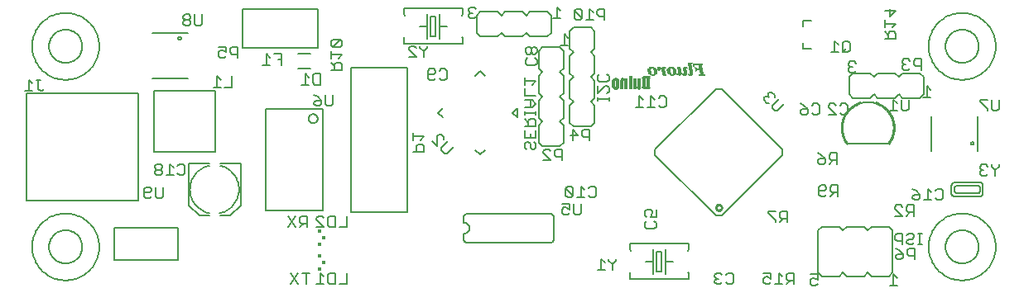
<source format=gbo>
G75*
G70*
%OFA0B0*%
%FSLAX24Y24*%
%IPPOS*%
%LPD*%
%AMOC8*
5,1,8,0,0,1.08239X$1,22.5*
%
%ADD10C,0.0060*%
%ADD11C,0.0080*%
%ADD12C,0.0050*%
%ADD13R,0.0167X0.0128*%
%ADD14R,0.0138X0.0138*%
%ADD15C,0.0010*%
%ADD16C,0.0100*%
%ADD17R,0.0040X0.0003*%
%ADD18R,0.0059X0.0003*%
%ADD19R,0.0069X0.0003*%
%ADD20R,0.0102X0.0003*%
%ADD21R,0.0218X0.0003*%
%ADD22R,0.0086X0.0003*%
%ADD23R,0.0132X0.0003*%
%ADD24R,0.0135X0.0003*%
%ADD25R,0.0129X0.0003*%
%ADD26R,0.0125X0.0003*%
%ADD27R,0.0244X0.0003*%
%ADD28R,0.0099X0.0003*%
%ADD29R,0.0145X0.0003*%
%ADD30R,0.0257X0.0003*%
%ADD31R,0.0112X0.0003*%
%ADD32R,0.0165X0.0003*%
%ADD33R,0.0264X0.0003*%
%ADD34R,0.0122X0.0003*%
%ADD35R,0.0178X0.0003*%
%ADD36R,0.0274X0.0003*%
%ADD37R,0.0129X0.0003*%
%ADD38R,0.0129X0.0003*%
%ADD39R,0.0135X0.0003*%
%ADD40R,0.0188X0.0003*%
%ADD41R,0.0277X0.0003*%
%ADD42R,0.0198X0.0003*%
%ADD43R,0.0284X0.0003*%
%ADD44R,0.0142X0.0003*%
%ADD45R,0.0208X0.0003*%
%ADD46R,0.0287X0.0003*%
%ADD47R,0.0145X0.0003*%
%ADD48R,0.0214X0.0003*%
%ADD49R,0.0290X0.0003*%
%ADD50R,0.0152X0.0003*%
%ADD51R,0.0224X0.0003*%
%ADD52R,0.0294X0.0003*%
%ADD53R,0.0158X0.0003*%
%ADD54R,0.0231X0.0003*%
%ADD55R,0.0297X0.0003*%
%ADD56R,0.0290X0.0003*%
%ADD57R,0.0234X0.0003*%
%ADD58R,0.0300X0.0003*%
%ADD59R,0.0294X0.0003*%
%ADD60R,0.0241X0.0003*%
%ADD61R,0.0300X0.0003*%
%ADD62R,0.0294X0.0003*%
%ADD63R,0.0244X0.0003*%
%ADD64R,0.0304X0.0003*%
%ADD65R,0.0297X0.0003*%
%ADD66R,0.0251X0.0003*%
%ADD67R,0.0254X0.0003*%
%ADD68R,0.0307X0.0003*%
%ADD69R,0.0307X0.0003*%
%ADD70R,0.0300X0.0003*%
%ADD71R,0.0261X0.0003*%
%ADD72R,0.0310X0.0003*%
%ADD73R,0.0300X0.0003*%
%ADD74R,0.0267X0.0003*%
%ADD75R,0.0274X0.0003*%
%ADD76R,0.0310X0.0003*%
%ADD77R,0.0314X0.0003*%
%ADD78R,0.0139X0.0003*%
%ADD79R,0.0135X0.0003*%
%ADD80R,0.0129X0.0003*%
%ADD81R,0.0132X0.0003*%
%ADD82R,0.0125X0.0003*%
%ADD83R,0.0122X0.0003*%
%ADD84R,0.0314X0.0003*%
%ADD85R,0.0132X0.0003*%
%ADD86R,0.0132X0.0003*%
%ADD87R,0.0125X0.0003*%
%ADD88R,0.0125X0.0003*%
%ADD89R,0.0158X0.0003*%
%ADD90R,0.0149X0.0003*%
%ADD91R,0.0145X0.0003*%
%ADD92R,0.0139X0.0003*%
%ADD93R,0.0142X0.0003*%
%ADD94R,0.0271X0.0003*%
%ADD95R,0.0297X0.0003*%
%ADD96R,0.0264X0.0003*%
%ADD97R,0.0251X0.0003*%
%ADD98R,0.0244X0.0003*%
%ADD99R,0.0155X0.0003*%
%ADD100R,0.0228X0.0003*%
%ADD101R,0.0221X0.0003*%
%ADD102R,0.0142X0.0003*%
%ADD103R,0.0198X0.0003*%
%ADD104R,0.0188X0.0003*%
%ADD105R,0.0181X0.0003*%
%ADD106R,0.0116X0.0003*%
%ADD107R,0.0168X0.0003*%
%ADD108R,0.0106X0.0003*%
%ADD109R,0.0096X0.0003*%
%ADD110R,0.0145X0.0003*%
%ADD111R,0.0083X0.0003*%
%ADD112R,0.0119X0.0003*%
%ADD113R,0.0066X0.0003*%
%ADD114R,0.0092X0.0003*%
%ADD115R,0.0053X0.0003*%
%ADD116R,0.0281X0.0003*%
%ADD117R,0.0277X0.0003*%
%ADD118R,0.0267X0.0003*%
%ADD119R,0.0261X0.0003*%
%ADD120R,0.0215X0.0003*%
%ADD121R,0.0175X0.0003*%
%ADD122R,0.0046X0.0003*%
%ADD123R,0.0056X0.0003*%
%ADD124R,0.0073X0.0003*%
%ADD125R,0.0076X0.0003*%
%ADD126R,0.0096X0.0003*%
%ADD127R,0.0069X0.0003*%
%ADD128R,0.0248X0.0003*%
%ADD129R,0.0115X0.0003*%
%ADD130R,0.0089X0.0003*%
%ADD131R,0.0106X0.0003*%
%ADD132R,0.0102X0.0003*%
%ADD133R,0.0248X0.0003*%
%ADD134R,0.0195X0.0003*%
%ADD135R,0.0106X0.0003*%
%ADD136R,0.0162X0.0003*%
%ADD137R,0.0152X0.0003*%
%ADD138R,0.0172X0.0003*%
%ADD139R,0.0172X0.0003*%
%ADD140R,0.0089X0.0003*%
%ADD141R,0.0178X0.0003*%
%ADD142R,0.0185X0.0003*%
%ADD143R,0.0165X0.0003*%
%ADD144R,0.0089X0.0003*%
%ADD145R,0.0089X0.0003*%
%ADD146R,0.0106X0.0003*%
%ADD147R,0.0188X0.0003*%
%ADD148R,0.0092X0.0003*%
%ADD149R,0.0182X0.0003*%
%ADD150R,0.0168X0.0003*%
%ADD151R,0.0026X0.0003*%
%ADD152R,0.0201X0.0003*%
%ADD153R,0.0102X0.0003*%
%ADD154R,0.0116X0.0003*%
%ADD155R,0.0007X0.0003*%
%ADD156R,0.0205X0.0003*%
%ADD157R,0.0122X0.0003*%
%ADD158R,0.0020X0.0003*%
%ADD159R,0.0092X0.0003*%
%ADD160R,0.0007X0.0003*%
%ADD161R,0.0109X0.0003*%
%ADD162R,0.0119X0.0003*%
%ADD163R,0.0053X0.0003*%
%ADD164R,0.0162X0.0003*%
%ADD165R,0.0119X0.0003*%
%ADD166R,0.0109X0.0003*%
%ADD167R,0.0112X0.0003*%
%ADD168R,0.0155X0.0003*%
%ADD169R,0.0099X0.0003*%
%ADD170R,0.0115X0.0003*%
%ADD171R,0.0119X0.0003*%
%ADD172R,0.0102X0.0003*%
%ADD173R,0.0112X0.0003*%
%ADD174R,0.0023X0.0003*%
%ADD175R,0.0023X0.0003*%
%ADD176R,0.0026X0.0003*%
%ADD177R,0.0030X0.0003*%
%ADD178R,0.0030X0.0003*%
%ADD179R,0.0033X0.0003*%
%ADD180R,0.0036X0.0003*%
%ADD181R,0.0036X0.0003*%
%ADD182R,0.0043X0.0003*%
%ADD183R,0.0043X0.0003*%
%ADD184R,0.0053X0.0003*%
%ADD185R,0.0046X0.0003*%
%ADD186R,0.0063X0.0003*%
%ADD187R,0.0073X0.0003*%
%ADD188R,0.0079X0.0003*%
%ADD189R,0.0056X0.0003*%
%ADD190R,0.0086X0.0003*%
%ADD191R,0.0109X0.0003*%
%ADD192R,0.0271X0.0003*%
%ADD193R,0.0109X0.0003*%
%ADD194R,0.0271X0.0003*%
%ADD195R,0.0271X0.0003*%
%ADD196R,0.0059X0.0003*%
%ADD197R,0.0099X0.0003*%
%ADD198R,0.0050X0.0003*%
%ADD199R,0.0096X0.0003*%
%ADD200R,0.0046X0.0003*%
%ADD201R,0.0099X0.0003*%
%ADD202R,0.0043X0.0003*%
%ADD203R,0.0049X0.0003*%
%ADD204R,0.0175X0.0003*%
%ADD205R,0.0036X0.0003*%
%ADD206R,0.0033X0.0003*%
%ADD207R,0.0168X0.0003*%
%ADD208R,0.0172X0.0003*%
%ADD209R,0.0135X0.0003*%
%ADD210R,0.0208X0.0003*%
%ADD211R,0.0148X0.0003*%
%ADD212R,0.0030X0.0003*%
%ADD213R,0.0195X0.0003*%
%ADD214R,0.0195X0.0003*%
%ADD215R,0.0149X0.0003*%
%ADD216R,0.0079X0.0003*%
%ADD217R,0.0069X0.0003*%
%ADD218R,0.0033X0.0003*%
%ADD219R,0.0023X0.0003*%
%ADD220R,0.0023X0.0003*%
%ADD221R,0.0033X0.0003*%
%ADD222R,0.0043X0.0003*%
%ADD223R,0.0049X0.0003*%
%ADD224R,0.0059X0.0003*%
%ADD225R,0.0063X0.0003*%
%ADD226R,0.0066X0.0003*%
%ADD227R,0.0083X0.0003*%
%ADD228R,0.0086X0.0003*%
%ADD229R,0.0399X0.0003*%
%ADD230R,0.0409X0.0003*%
%ADD231R,0.0413X0.0003*%
%ADD232R,0.0413X0.0003*%
%ADD233R,0.0158X0.0003*%
%ADD234R,0.0172X0.0003*%
D10*
X000687Y001880D02*
X000689Y001953D01*
X000695Y002026D01*
X000705Y002098D01*
X000719Y002170D01*
X000736Y002241D01*
X000758Y002311D01*
X000783Y002380D01*
X000812Y002447D01*
X000844Y002512D01*
X000880Y002576D01*
X000920Y002638D01*
X000962Y002697D01*
X001008Y002754D01*
X001057Y002808D01*
X001109Y002860D01*
X001163Y002909D01*
X001220Y002955D01*
X001279Y002997D01*
X001341Y003037D01*
X001405Y003073D01*
X001470Y003105D01*
X001537Y003134D01*
X001606Y003159D01*
X001676Y003181D01*
X001747Y003198D01*
X001819Y003212D01*
X001891Y003222D01*
X001964Y003228D01*
X002037Y003230D01*
X002110Y003228D01*
X002183Y003222D01*
X002255Y003212D01*
X002327Y003198D01*
X002398Y003181D01*
X002468Y003159D01*
X002537Y003134D01*
X002604Y003105D01*
X002669Y003073D01*
X002733Y003037D01*
X002795Y002997D01*
X002854Y002955D01*
X002911Y002909D01*
X002965Y002860D01*
X003017Y002808D01*
X003066Y002754D01*
X003112Y002697D01*
X003154Y002638D01*
X003194Y002576D01*
X003230Y002512D01*
X003262Y002447D01*
X003291Y002380D01*
X003316Y002311D01*
X003338Y002241D01*
X003355Y002170D01*
X003369Y002098D01*
X003379Y002026D01*
X003385Y001953D01*
X003387Y001880D01*
X003385Y001807D01*
X003379Y001734D01*
X003369Y001662D01*
X003355Y001590D01*
X003338Y001519D01*
X003316Y001449D01*
X003291Y001380D01*
X003262Y001313D01*
X003230Y001248D01*
X003194Y001184D01*
X003154Y001122D01*
X003112Y001063D01*
X003066Y001006D01*
X003017Y000952D01*
X002965Y000900D01*
X002911Y000851D01*
X002854Y000805D01*
X002795Y000763D01*
X002733Y000723D01*
X002669Y000687D01*
X002604Y000655D01*
X002537Y000626D01*
X002468Y000601D01*
X002398Y000579D01*
X002327Y000562D01*
X002255Y000548D01*
X002183Y000538D01*
X002110Y000532D01*
X002037Y000530D01*
X001964Y000532D01*
X001891Y000538D01*
X001819Y000548D01*
X001747Y000562D01*
X001676Y000579D01*
X001606Y000601D01*
X001537Y000626D01*
X001470Y000655D01*
X001405Y000687D01*
X001341Y000723D01*
X001279Y000763D01*
X001220Y000805D01*
X001163Y000851D01*
X001109Y000900D01*
X001057Y000952D01*
X001008Y001006D01*
X000962Y001063D01*
X000920Y001122D01*
X000880Y001184D01*
X000844Y001248D01*
X000812Y001313D01*
X000783Y001380D01*
X000758Y001449D01*
X000736Y001519D01*
X000719Y001590D01*
X000705Y001662D01*
X000695Y001734D01*
X000689Y001807D01*
X000687Y001880D01*
X006994Y003550D02*
X007427Y003157D01*
X007821Y003157D01*
X008254Y003157D02*
X008648Y003157D01*
X009081Y003550D01*
X009081Y005243D01*
X008254Y005243D01*
X007821Y005243D02*
X006994Y005243D01*
X006994Y003550D01*
X008235Y003235D02*
X008295Y003250D01*
X008354Y003268D01*
X008412Y003291D01*
X008469Y003317D01*
X008523Y003346D01*
X008576Y003379D01*
X008627Y003415D01*
X008675Y003454D01*
X008721Y003496D01*
X008763Y003541D01*
X008804Y003588D01*
X008840Y003638D01*
X008874Y003690D01*
X008905Y003744D01*
X008932Y003800D01*
X008955Y003858D01*
X008975Y003917D01*
X008991Y003977D01*
X009003Y004037D01*
X009012Y004099D01*
X009016Y004161D01*
X009017Y004223D01*
X009014Y004285D01*
X009006Y004347D01*
X008995Y004408D01*
X008981Y004468D01*
X008962Y004527D01*
X008940Y004585D01*
X008914Y004642D01*
X008885Y004696D01*
X008852Y004749D01*
X008816Y004800D01*
X008777Y004848D01*
X008735Y004894D01*
X008690Y004937D01*
X008643Y004977D01*
X008593Y005014D01*
X008541Y005048D01*
X008487Y005078D01*
X008431Y005105D01*
X008373Y005129D01*
X008314Y005149D01*
X008254Y005165D01*
X008077Y005730D02*
X005597Y005730D01*
X005597Y008170D01*
X008077Y008170D01*
X008077Y005730D01*
X011824Y007063D02*
X011826Y007089D01*
X011832Y007115D01*
X011841Y007140D01*
X011854Y007163D01*
X011870Y007184D01*
X011889Y007202D01*
X011911Y007218D01*
X011934Y007230D01*
X011959Y007238D01*
X011985Y007243D01*
X012012Y007244D01*
X012038Y007241D01*
X012063Y007234D01*
X012088Y007224D01*
X012110Y007210D01*
X012131Y007193D01*
X012148Y007174D01*
X012163Y007152D01*
X012174Y007128D01*
X012182Y007102D01*
X012186Y007076D01*
X012186Y007050D01*
X012182Y007024D01*
X012174Y006998D01*
X012163Y006974D01*
X012148Y006952D01*
X012131Y006933D01*
X012110Y006916D01*
X012088Y006902D01*
X012063Y006892D01*
X012038Y006885D01*
X012012Y006882D01*
X011985Y006883D01*
X011959Y006888D01*
X011934Y006896D01*
X011911Y006908D01*
X011889Y006924D01*
X011870Y006942D01*
X011854Y006963D01*
X011841Y006986D01*
X011832Y007011D01*
X011826Y007037D01*
X011824Y007063D01*
X012389Y007447D02*
X010086Y007447D01*
X010086Y003353D01*
X012389Y003353D01*
X012389Y007447D01*
X006947Y008670D02*
X005528Y008670D01*
X000687Y009980D02*
X000689Y010053D01*
X000695Y010126D01*
X000705Y010198D01*
X000719Y010270D01*
X000736Y010341D01*
X000758Y010411D01*
X000783Y010480D01*
X000812Y010547D01*
X000844Y010612D01*
X000880Y010676D01*
X000920Y010738D01*
X000962Y010797D01*
X001008Y010854D01*
X001057Y010908D01*
X001109Y010960D01*
X001163Y011009D01*
X001220Y011055D01*
X001279Y011097D01*
X001341Y011137D01*
X001405Y011173D01*
X001470Y011205D01*
X001537Y011234D01*
X001606Y011259D01*
X001676Y011281D01*
X001747Y011298D01*
X001819Y011312D01*
X001891Y011322D01*
X001964Y011328D01*
X002037Y011330D01*
X002110Y011328D01*
X002183Y011322D01*
X002255Y011312D01*
X002327Y011298D01*
X002398Y011281D01*
X002468Y011259D01*
X002537Y011234D01*
X002604Y011205D01*
X002669Y011173D01*
X002733Y011137D01*
X002795Y011097D01*
X002854Y011055D01*
X002911Y011009D01*
X002965Y010960D01*
X003017Y010908D01*
X003066Y010854D01*
X003112Y010797D01*
X003154Y010738D01*
X003194Y010676D01*
X003230Y010612D01*
X003262Y010547D01*
X003291Y010480D01*
X003316Y010411D01*
X003338Y010341D01*
X003355Y010270D01*
X003369Y010198D01*
X003379Y010126D01*
X003385Y010053D01*
X003387Y009980D01*
X003385Y009907D01*
X003379Y009834D01*
X003369Y009762D01*
X003355Y009690D01*
X003338Y009619D01*
X003316Y009549D01*
X003291Y009480D01*
X003262Y009413D01*
X003230Y009348D01*
X003194Y009284D01*
X003154Y009222D01*
X003112Y009163D01*
X003066Y009106D01*
X003017Y009052D01*
X002965Y009000D01*
X002911Y008951D01*
X002854Y008905D01*
X002795Y008863D01*
X002733Y008823D01*
X002669Y008787D01*
X002604Y008755D01*
X002537Y008726D01*
X002468Y008701D01*
X002398Y008679D01*
X002327Y008662D01*
X002255Y008648D01*
X002183Y008638D01*
X002110Y008632D01*
X002037Y008630D01*
X001964Y008632D01*
X001891Y008638D01*
X001819Y008648D01*
X001747Y008662D01*
X001676Y008679D01*
X001606Y008701D01*
X001537Y008726D01*
X001470Y008755D01*
X001405Y008787D01*
X001341Y008823D01*
X001279Y008863D01*
X001220Y008905D01*
X001163Y008951D01*
X001109Y009000D01*
X001057Y009052D01*
X001008Y009106D01*
X000962Y009163D01*
X000920Y009222D01*
X000880Y009284D01*
X000844Y009348D01*
X000812Y009413D01*
X000783Y009480D01*
X000758Y009549D01*
X000736Y009619D01*
X000719Y009690D01*
X000705Y009762D01*
X000695Y009834D01*
X000689Y009907D01*
X000687Y009980D01*
X005528Y010530D02*
X006947Y010530D01*
X013532Y009113D02*
X015784Y009113D01*
X015784Y003287D01*
X013532Y003287D01*
X013532Y009113D01*
X015656Y010091D02*
X018019Y010091D01*
X018019Y010328D01*
X017979Y010367D01*
X018587Y010530D02*
X018737Y010380D01*
X019437Y010380D01*
X019587Y010530D01*
X019737Y010380D01*
X020437Y010380D01*
X020587Y010530D01*
X020737Y010380D01*
X021437Y010380D01*
X021587Y010530D01*
X021587Y011230D01*
X021437Y011380D01*
X020737Y011380D01*
X020587Y011230D01*
X020437Y011380D01*
X019737Y011380D01*
X019587Y011230D01*
X019437Y011380D01*
X018737Y011380D01*
X018587Y011230D01*
X018587Y010530D01*
X017979Y011233D02*
X018019Y011272D01*
X018019Y011509D01*
X015656Y011509D01*
X015656Y011272D01*
X015696Y011233D01*
X015696Y010367D02*
X015656Y010328D01*
X015656Y010091D01*
X021087Y009800D02*
X021087Y009100D01*
X021237Y008950D01*
X021087Y008800D01*
X021087Y008100D01*
X021237Y007950D01*
X021087Y007800D01*
X021087Y007100D01*
X021237Y006950D01*
X021087Y006800D01*
X021087Y006100D01*
X021237Y005950D01*
X021937Y005950D01*
X022087Y006100D01*
X022087Y006800D01*
X021937Y006950D01*
X022087Y007100D01*
X022087Y007800D01*
X021937Y007950D01*
X022087Y008100D01*
X022087Y008800D01*
X021937Y008950D01*
X022087Y009100D01*
X022087Y009800D01*
X021937Y009950D01*
X021237Y009950D01*
X021087Y009800D01*
X022337Y009900D02*
X022337Y010600D01*
X022487Y010750D01*
X023187Y010750D01*
X023337Y010600D01*
X023337Y009900D01*
X023187Y009750D01*
X023337Y009600D01*
X023337Y008900D01*
X023187Y008750D01*
X023337Y008600D01*
X023337Y007900D01*
X023187Y007750D01*
X023337Y007600D01*
X023337Y006900D01*
X023187Y006750D01*
X022487Y006750D01*
X022337Y006900D01*
X022337Y007600D01*
X022487Y007750D01*
X022337Y007900D01*
X022337Y008600D01*
X022487Y008750D01*
X022337Y008900D01*
X022337Y009600D01*
X022487Y009750D01*
X022337Y009900D01*
X031727Y009890D02*
X031727Y010110D01*
X031727Y009890D02*
X032047Y009890D01*
X031727Y010790D02*
X031727Y011010D01*
X032047Y011010D01*
X036787Y009980D02*
X036789Y010053D01*
X036795Y010126D01*
X036805Y010198D01*
X036819Y010270D01*
X036836Y010341D01*
X036858Y010411D01*
X036883Y010480D01*
X036912Y010547D01*
X036944Y010612D01*
X036980Y010676D01*
X037020Y010738D01*
X037062Y010797D01*
X037108Y010854D01*
X037157Y010908D01*
X037209Y010960D01*
X037263Y011009D01*
X037320Y011055D01*
X037379Y011097D01*
X037441Y011137D01*
X037505Y011173D01*
X037570Y011205D01*
X037637Y011234D01*
X037706Y011259D01*
X037776Y011281D01*
X037847Y011298D01*
X037919Y011312D01*
X037991Y011322D01*
X038064Y011328D01*
X038137Y011330D01*
X038210Y011328D01*
X038283Y011322D01*
X038355Y011312D01*
X038427Y011298D01*
X038498Y011281D01*
X038568Y011259D01*
X038637Y011234D01*
X038704Y011205D01*
X038769Y011173D01*
X038833Y011137D01*
X038895Y011097D01*
X038954Y011055D01*
X039011Y011009D01*
X039065Y010960D01*
X039117Y010908D01*
X039166Y010854D01*
X039212Y010797D01*
X039254Y010738D01*
X039294Y010676D01*
X039330Y010612D01*
X039362Y010547D01*
X039391Y010480D01*
X039416Y010411D01*
X039438Y010341D01*
X039455Y010270D01*
X039469Y010198D01*
X039479Y010126D01*
X039485Y010053D01*
X039487Y009980D01*
X039485Y009907D01*
X039479Y009834D01*
X039469Y009762D01*
X039455Y009690D01*
X039438Y009619D01*
X039416Y009549D01*
X039391Y009480D01*
X039362Y009413D01*
X039330Y009348D01*
X039294Y009284D01*
X039254Y009222D01*
X039212Y009163D01*
X039166Y009106D01*
X039117Y009052D01*
X039065Y009000D01*
X039011Y008951D01*
X038954Y008905D01*
X038895Y008863D01*
X038833Y008823D01*
X038769Y008787D01*
X038704Y008755D01*
X038637Y008726D01*
X038568Y008701D01*
X038498Y008679D01*
X038427Y008662D01*
X038355Y008648D01*
X038283Y008638D01*
X038210Y008632D01*
X038137Y008630D01*
X038064Y008632D01*
X037991Y008638D01*
X037919Y008648D01*
X037847Y008662D01*
X037776Y008679D01*
X037706Y008701D01*
X037637Y008726D01*
X037570Y008755D01*
X037505Y008787D01*
X037441Y008823D01*
X037379Y008863D01*
X037320Y008905D01*
X037263Y008951D01*
X037209Y009000D01*
X037157Y009052D01*
X037108Y009106D01*
X037062Y009163D01*
X037020Y009222D01*
X036980Y009284D01*
X036944Y009348D01*
X036912Y009413D01*
X036883Y009480D01*
X036858Y009549D01*
X036836Y009619D01*
X036819Y009690D01*
X036805Y009762D01*
X036795Y009834D01*
X036789Y009907D01*
X036787Y009980D01*
X036437Y008900D02*
X035737Y008900D01*
X035587Y008750D01*
X035437Y008900D01*
X034737Y008900D01*
X034587Y008750D01*
X034437Y008900D01*
X033737Y008900D01*
X033587Y008750D01*
X033587Y008050D01*
X033737Y007900D01*
X034437Y007900D01*
X034587Y008050D01*
X034737Y007900D01*
X035437Y007900D01*
X035587Y008050D01*
X035737Y007900D01*
X036437Y007900D01*
X036587Y008050D01*
X036587Y008750D01*
X036437Y008900D01*
X036908Y007160D02*
X036908Y005740D01*
X038767Y005740D02*
X038767Y007160D01*
X035187Y002700D02*
X034487Y002700D01*
X034337Y002550D01*
X034187Y002700D01*
X033487Y002700D01*
X033337Y002550D01*
X033187Y002700D01*
X032487Y002700D01*
X032337Y002550D01*
X032337Y000850D01*
X032487Y000700D01*
X033187Y000700D01*
X033337Y000850D01*
X033487Y000700D01*
X034187Y000700D01*
X034337Y000850D01*
X034487Y000700D01*
X035187Y000700D01*
X035337Y000850D01*
X035337Y002550D01*
X035187Y002700D01*
X036787Y001880D02*
X036789Y001953D01*
X036795Y002026D01*
X036805Y002098D01*
X036819Y002170D01*
X036836Y002241D01*
X036858Y002311D01*
X036883Y002380D01*
X036912Y002447D01*
X036944Y002512D01*
X036980Y002576D01*
X037020Y002638D01*
X037062Y002697D01*
X037108Y002754D01*
X037157Y002808D01*
X037209Y002860D01*
X037263Y002909D01*
X037320Y002955D01*
X037379Y002997D01*
X037441Y003037D01*
X037505Y003073D01*
X037570Y003105D01*
X037637Y003134D01*
X037706Y003159D01*
X037776Y003181D01*
X037847Y003198D01*
X037919Y003212D01*
X037991Y003222D01*
X038064Y003228D01*
X038137Y003230D01*
X038210Y003228D01*
X038283Y003222D01*
X038355Y003212D01*
X038427Y003198D01*
X038498Y003181D01*
X038568Y003159D01*
X038637Y003134D01*
X038704Y003105D01*
X038769Y003073D01*
X038833Y003037D01*
X038895Y002997D01*
X038954Y002955D01*
X039011Y002909D01*
X039065Y002860D01*
X039117Y002808D01*
X039166Y002754D01*
X039212Y002697D01*
X039254Y002638D01*
X039294Y002576D01*
X039330Y002512D01*
X039362Y002447D01*
X039391Y002380D01*
X039416Y002311D01*
X039438Y002241D01*
X039455Y002170D01*
X039469Y002098D01*
X039479Y002026D01*
X039485Y001953D01*
X039487Y001880D01*
X039485Y001807D01*
X039479Y001734D01*
X039469Y001662D01*
X039455Y001590D01*
X039438Y001519D01*
X039416Y001449D01*
X039391Y001380D01*
X039362Y001313D01*
X039330Y001248D01*
X039294Y001184D01*
X039254Y001122D01*
X039212Y001063D01*
X039166Y001006D01*
X039117Y000952D01*
X039065Y000900D01*
X039011Y000851D01*
X038954Y000805D01*
X038895Y000763D01*
X038833Y000723D01*
X038769Y000687D01*
X038704Y000655D01*
X038637Y000626D01*
X038568Y000601D01*
X038498Y000579D01*
X038427Y000562D01*
X038355Y000548D01*
X038283Y000538D01*
X038210Y000532D01*
X038137Y000530D01*
X038064Y000532D01*
X037991Y000538D01*
X037919Y000548D01*
X037847Y000562D01*
X037776Y000579D01*
X037706Y000601D01*
X037637Y000626D01*
X037570Y000655D01*
X037505Y000687D01*
X037441Y000723D01*
X037379Y000763D01*
X037320Y000805D01*
X037263Y000851D01*
X037209Y000900D01*
X037157Y000952D01*
X037108Y001006D01*
X037062Y001063D01*
X037020Y001122D01*
X036980Y001184D01*
X036944Y001248D01*
X036912Y001313D01*
X036883Y001380D01*
X036858Y001449D01*
X036836Y001519D01*
X036819Y001590D01*
X036805Y001662D01*
X036795Y001734D01*
X036789Y001807D01*
X036787Y001880D01*
X027119Y001772D02*
X027079Y001733D01*
X027119Y001772D02*
X027119Y002009D01*
X024756Y002009D01*
X024756Y001772D01*
X024796Y001733D01*
X024796Y000867D02*
X024756Y000828D01*
X024756Y000591D01*
X027119Y000591D01*
X027119Y000828D01*
X027079Y000867D01*
X007841Y003235D02*
X007781Y003249D01*
X007723Y003266D01*
X007665Y003287D01*
X007609Y003312D01*
X007554Y003339D01*
X007502Y003371D01*
X007451Y003405D01*
X007403Y003443D01*
X007357Y003483D01*
X007313Y003526D01*
X007273Y003572D01*
X007235Y003620D01*
X007201Y003671D01*
X007169Y003723D01*
X007141Y003778D01*
X007116Y003834D01*
X007095Y003891D01*
X007078Y003950D01*
X007064Y004010D01*
X007054Y004070D01*
X007048Y004131D01*
X007045Y004192D01*
X007046Y004253D01*
X007051Y004314D01*
X007060Y004375D01*
X007073Y004435D01*
X007089Y004494D01*
X007109Y004552D01*
X007133Y004608D01*
X007160Y004663D01*
X007190Y004716D01*
X007223Y004767D01*
X007260Y004816D01*
X007300Y004863D01*
X007342Y004907D01*
X007387Y004948D01*
X007435Y004987D01*
X007485Y005022D01*
X007537Y005055D01*
X007591Y005084D01*
X007646Y005109D01*
X007704Y005131D01*
X007762Y005150D01*
X007821Y005165D01*
D11*
X006577Y001350D02*
X003997Y001350D01*
X003997Y002650D01*
X006577Y002650D01*
X006577Y001350D01*
X001368Y001880D02*
X001370Y001931D01*
X001376Y001982D01*
X001386Y002032D01*
X001399Y002082D01*
X001417Y002130D01*
X001437Y002177D01*
X001462Y002222D01*
X001490Y002265D01*
X001521Y002306D01*
X001555Y002344D01*
X001592Y002379D01*
X001631Y002412D01*
X001673Y002442D01*
X001717Y002468D01*
X001763Y002490D01*
X001811Y002510D01*
X001860Y002525D01*
X001910Y002537D01*
X001960Y002545D01*
X002011Y002549D01*
X002063Y002549D01*
X002114Y002545D01*
X002164Y002537D01*
X002214Y002525D01*
X002263Y002510D01*
X002311Y002490D01*
X002357Y002468D01*
X002401Y002442D01*
X002443Y002412D01*
X002482Y002379D01*
X002519Y002344D01*
X002553Y002306D01*
X002584Y002265D01*
X002612Y002222D01*
X002637Y002177D01*
X002657Y002130D01*
X002675Y002082D01*
X002688Y002032D01*
X002698Y001982D01*
X002704Y001931D01*
X002706Y001880D01*
X002704Y001829D01*
X002698Y001778D01*
X002688Y001728D01*
X002675Y001678D01*
X002657Y001630D01*
X002637Y001583D01*
X002612Y001538D01*
X002584Y001495D01*
X002553Y001454D01*
X002519Y001416D01*
X002482Y001381D01*
X002443Y001348D01*
X002401Y001318D01*
X002357Y001292D01*
X002311Y001270D01*
X002263Y001250D01*
X002214Y001235D01*
X002164Y001223D01*
X002114Y001215D01*
X002063Y001211D01*
X002011Y001211D01*
X001960Y001215D01*
X001910Y001223D01*
X001860Y001235D01*
X001811Y001250D01*
X001763Y001270D01*
X001717Y001292D01*
X001673Y001318D01*
X001631Y001348D01*
X001592Y001381D01*
X001555Y001416D01*
X001521Y001454D01*
X001490Y001495D01*
X001462Y001538D01*
X001437Y001583D01*
X001417Y001630D01*
X001399Y001678D01*
X001386Y001728D01*
X001376Y001778D01*
X001370Y001829D01*
X001368Y001880D01*
X018067Y002205D02*
X018067Y002400D01*
X018077Y002420D02*
X018106Y002422D01*
X018134Y002427D01*
X018161Y002437D01*
X018187Y002449D01*
X018211Y002465D01*
X018233Y002484D01*
X018252Y002506D01*
X018268Y002530D01*
X018280Y002556D01*
X018290Y002583D01*
X018295Y002611D01*
X018297Y002640D01*
X018295Y002669D01*
X018290Y002697D01*
X018280Y002724D01*
X018268Y002750D01*
X018252Y002774D01*
X018233Y002796D01*
X018211Y002815D01*
X018187Y002831D01*
X018161Y002843D01*
X018134Y002853D01*
X018106Y002858D01*
X018077Y002860D01*
X018067Y002880D02*
X018067Y003075D01*
X018069Y003098D01*
X018074Y003121D01*
X018083Y003143D01*
X018096Y003163D01*
X018111Y003181D01*
X018129Y003196D01*
X018149Y003209D01*
X018171Y003218D01*
X018194Y003223D01*
X018217Y003225D01*
X021557Y003225D01*
X021580Y003223D01*
X021603Y003218D01*
X021625Y003209D01*
X021645Y003196D01*
X021663Y003181D01*
X021678Y003163D01*
X021691Y003143D01*
X021700Y003121D01*
X021705Y003098D01*
X021707Y003075D01*
X021707Y002205D01*
X021705Y002182D01*
X021700Y002159D01*
X021691Y002137D01*
X021678Y002117D01*
X021663Y002099D01*
X021645Y002084D01*
X021625Y002071D01*
X021603Y002062D01*
X021580Y002057D01*
X021557Y002055D01*
X018217Y002055D01*
X018194Y002057D01*
X018171Y002062D01*
X018149Y002071D01*
X018129Y002084D01*
X018111Y002099D01*
X018096Y002117D01*
X018083Y002137D01*
X018074Y002159D01*
X018069Y002182D01*
X018067Y002205D01*
X025776Y005589D02*
X028226Y003139D01*
X028449Y003139D01*
X030899Y005589D01*
X030899Y005811D01*
X028449Y008261D01*
X028226Y008261D01*
X025776Y005811D01*
X025776Y005589D01*
X020237Y007102D02*
X020237Y007498D01*
X020039Y007300D01*
X020237Y007102D01*
X017238Y007102D02*
X017040Y007300D01*
X017238Y007498D01*
X018539Y008799D02*
X018737Y008997D01*
X018935Y008799D01*
X011887Y009100D02*
X011387Y009100D01*
X011387Y009700D02*
X011887Y009700D01*
X006570Y010310D02*
X006572Y010325D01*
X006578Y010338D01*
X006587Y010350D01*
X006598Y010359D01*
X006612Y010365D01*
X006627Y010367D01*
X006642Y010365D01*
X006655Y010359D01*
X006667Y010350D01*
X006676Y010339D01*
X006682Y010325D01*
X006684Y010310D01*
X006682Y010295D01*
X006676Y010282D01*
X006667Y010270D01*
X006656Y010261D01*
X006642Y010255D01*
X006627Y010253D01*
X006612Y010255D01*
X006599Y010261D01*
X006587Y010270D01*
X006578Y010281D01*
X006572Y010295D01*
X006570Y010310D01*
X001368Y009980D02*
X001370Y010031D01*
X001376Y010082D01*
X001386Y010132D01*
X001399Y010182D01*
X001417Y010230D01*
X001437Y010277D01*
X001462Y010322D01*
X001490Y010365D01*
X001521Y010406D01*
X001555Y010444D01*
X001592Y010479D01*
X001631Y010512D01*
X001673Y010542D01*
X001717Y010568D01*
X001763Y010590D01*
X001811Y010610D01*
X001860Y010625D01*
X001910Y010637D01*
X001960Y010645D01*
X002011Y010649D01*
X002063Y010649D01*
X002114Y010645D01*
X002164Y010637D01*
X002214Y010625D01*
X002263Y010610D01*
X002311Y010590D01*
X002357Y010568D01*
X002401Y010542D01*
X002443Y010512D01*
X002482Y010479D01*
X002519Y010444D01*
X002553Y010406D01*
X002584Y010365D01*
X002612Y010322D01*
X002637Y010277D01*
X002657Y010230D01*
X002675Y010182D01*
X002688Y010132D01*
X002698Y010082D01*
X002704Y010031D01*
X002706Y009980D01*
X002704Y009929D01*
X002698Y009878D01*
X002688Y009828D01*
X002675Y009778D01*
X002657Y009730D01*
X002637Y009683D01*
X002612Y009638D01*
X002584Y009595D01*
X002553Y009554D01*
X002519Y009516D01*
X002482Y009481D01*
X002443Y009448D01*
X002401Y009418D01*
X002357Y009392D01*
X002311Y009370D01*
X002263Y009350D01*
X002214Y009335D01*
X002164Y009323D01*
X002114Y009315D01*
X002063Y009311D01*
X002011Y009311D01*
X001960Y009315D01*
X001910Y009323D01*
X001860Y009335D01*
X001811Y009350D01*
X001763Y009370D01*
X001717Y009392D01*
X001673Y009418D01*
X001631Y009448D01*
X001592Y009481D01*
X001555Y009516D01*
X001521Y009554D01*
X001490Y009595D01*
X001462Y009638D01*
X001437Y009683D01*
X001417Y009730D01*
X001399Y009778D01*
X001386Y009828D01*
X001376Y009878D01*
X001370Y009929D01*
X001368Y009980D01*
X018539Y005801D02*
X018737Y005603D01*
X018935Y005801D01*
X033513Y006050D02*
X035162Y006050D01*
X035087Y007450D02*
X035035Y007492D01*
X034981Y007531D01*
X034924Y007566D01*
X034866Y007599D01*
X034806Y007627D01*
X034744Y007653D01*
X034681Y007675D01*
X034616Y007693D01*
X034551Y007707D01*
X034485Y007717D01*
X034419Y007724D01*
X034352Y007727D01*
X034285Y007726D01*
X034219Y007721D01*
X034153Y007712D01*
X034087Y007700D01*
X034026Y007684D01*
X033966Y007666D01*
X033908Y007644D01*
X033850Y007619D01*
X033794Y007591D01*
X033739Y007560D01*
X033687Y007526D01*
X033636Y007489D01*
X033587Y007450D01*
X034087Y007700D02*
X034149Y007712D01*
X034211Y007720D01*
X034274Y007725D01*
X034337Y007727D01*
X034400Y007725D01*
X034463Y007720D01*
X034525Y007712D01*
X034587Y007700D01*
X038490Y006060D02*
X038492Y006075D01*
X038498Y006088D01*
X038507Y006100D01*
X038518Y006109D01*
X038532Y006115D01*
X038547Y006117D01*
X038562Y006115D01*
X038575Y006109D01*
X038587Y006100D01*
X038596Y006089D01*
X038602Y006075D01*
X038604Y006060D01*
X038602Y006045D01*
X038596Y006032D01*
X038587Y006020D01*
X038576Y006011D01*
X038562Y006005D01*
X038547Y006003D01*
X038532Y006005D01*
X038519Y006011D01*
X038507Y006020D01*
X038498Y006031D01*
X038492Y006045D01*
X038490Y006060D01*
X037468Y009980D02*
X037470Y010031D01*
X037476Y010082D01*
X037486Y010132D01*
X037499Y010182D01*
X037517Y010230D01*
X037537Y010277D01*
X037562Y010322D01*
X037590Y010365D01*
X037621Y010406D01*
X037655Y010444D01*
X037692Y010479D01*
X037731Y010512D01*
X037773Y010542D01*
X037817Y010568D01*
X037863Y010590D01*
X037911Y010610D01*
X037960Y010625D01*
X038010Y010637D01*
X038060Y010645D01*
X038111Y010649D01*
X038163Y010649D01*
X038214Y010645D01*
X038264Y010637D01*
X038314Y010625D01*
X038363Y010610D01*
X038411Y010590D01*
X038457Y010568D01*
X038501Y010542D01*
X038543Y010512D01*
X038582Y010479D01*
X038619Y010444D01*
X038653Y010406D01*
X038684Y010365D01*
X038712Y010322D01*
X038737Y010277D01*
X038757Y010230D01*
X038775Y010182D01*
X038788Y010132D01*
X038798Y010082D01*
X038804Y010031D01*
X038806Y009980D01*
X038804Y009929D01*
X038798Y009878D01*
X038788Y009828D01*
X038775Y009778D01*
X038757Y009730D01*
X038737Y009683D01*
X038712Y009638D01*
X038684Y009595D01*
X038653Y009554D01*
X038619Y009516D01*
X038582Y009481D01*
X038543Y009448D01*
X038501Y009418D01*
X038457Y009392D01*
X038411Y009370D01*
X038363Y009350D01*
X038314Y009335D01*
X038264Y009323D01*
X038214Y009315D01*
X038163Y009311D01*
X038111Y009311D01*
X038060Y009315D01*
X038010Y009323D01*
X037960Y009335D01*
X037911Y009350D01*
X037863Y009370D01*
X037817Y009392D01*
X037773Y009418D01*
X037731Y009448D01*
X037692Y009481D01*
X037655Y009516D01*
X037621Y009554D01*
X037590Y009595D01*
X037562Y009638D01*
X037537Y009683D01*
X037517Y009730D01*
X037499Y009778D01*
X037486Y009828D01*
X037476Y009878D01*
X037470Y009929D01*
X037468Y009980D01*
X037468Y001880D02*
X037470Y001931D01*
X037476Y001982D01*
X037486Y002032D01*
X037499Y002082D01*
X037517Y002130D01*
X037537Y002177D01*
X037562Y002222D01*
X037590Y002265D01*
X037621Y002306D01*
X037655Y002344D01*
X037692Y002379D01*
X037731Y002412D01*
X037773Y002442D01*
X037817Y002468D01*
X037863Y002490D01*
X037911Y002510D01*
X037960Y002525D01*
X038010Y002537D01*
X038060Y002545D01*
X038111Y002549D01*
X038163Y002549D01*
X038214Y002545D01*
X038264Y002537D01*
X038314Y002525D01*
X038363Y002510D01*
X038411Y002490D01*
X038457Y002468D01*
X038501Y002442D01*
X038543Y002412D01*
X038582Y002379D01*
X038619Y002344D01*
X038653Y002306D01*
X038684Y002265D01*
X038712Y002222D01*
X038737Y002177D01*
X038757Y002130D01*
X038775Y002082D01*
X038788Y002032D01*
X038798Y001982D01*
X038804Y001931D01*
X038806Y001880D01*
X038804Y001829D01*
X038798Y001778D01*
X038788Y001728D01*
X038775Y001678D01*
X038757Y001630D01*
X038737Y001583D01*
X038712Y001538D01*
X038684Y001495D01*
X038653Y001454D01*
X038619Y001416D01*
X038582Y001381D01*
X038543Y001348D01*
X038501Y001318D01*
X038457Y001292D01*
X038411Y001270D01*
X038363Y001250D01*
X038314Y001235D01*
X038264Y001223D01*
X038214Y001215D01*
X038163Y001211D01*
X038111Y001211D01*
X038060Y001215D01*
X038010Y001223D01*
X037960Y001235D01*
X037911Y001250D01*
X037863Y001270D01*
X037817Y001292D01*
X037773Y001318D01*
X037731Y001348D01*
X037692Y001381D01*
X037655Y001416D01*
X037621Y001454D01*
X037590Y001495D01*
X037562Y001538D01*
X037537Y001583D01*
X037517Y001630D01*
X037499Y001678D01*
X037486Y001728D01*
X037476Y001778D01*
X037470Y001829D01*
X037468Y001880D01*
D12*
X036512Y001975D02*
X036362Y001975D01*
X036437Y001975D02*
X036437Y002425D01*
X036512Y002425D02*
X036362Y002425D01*
X036206Y002350D02*
X036130Y002425D01*
X035980Y002425D01*
X035905Y002350D01*
X035980Y002200D02*
X035905Y002125D01*
X035905Y002050D01*
X035980Y001975D01*
X036130Y001975D01*
X036206Y002050D01*
X036130Y002200D02*
X035980Y002200D01*
X036130Y002200D02*
X036206Y002275D01*
X036206Y002350D01*
X035745Y002425D02*
X035520Y002425D01*
X035445Y002350D01*
X035445Y002200D01*
X035520Y002125D01*
X035745Y002125D01*
X035745Y001975D02*
X035745Y002425D01*
X035987Y001825D02*
X035912Y001750D01*
X035912Y001600D01*
X035987Y001525D01*
X036212Y001525D01*
X036212Y001375D02*
X036212Y001825D01*
X035987Y001825D01*
X035752Y001600D02*
X035602Y001750D01*
X035452Y001825D01*
X035527Y001600D02*
X035752Y001600D01*
X035752Y001450D01*
X035677Y001375D01*
X035527Y001375D01*
X035452Y001450D01*
X035452Y001525D01*
X035527Y001600D01*
X035362Y000775D02*
X035362Y000325D01*
X035512Y000325D02*
X035212Y000325D01*
X035512Y000625D02*
X035362Y000775D01*
X032312Y000775D02*
X032312Y000550D01*
X032162Y000625D01*
X032087Y000625D01*
X032012Y000550D01*
X032012Y000400D01*
X032087Y000325D01*
X032237Y000325D01*
X032312Y000400D01*
X031362Y000375D02*
X031362Y000825D01*
X031137Y000825D01*
X031062Y000750D01*
X031062Y000600D01*
X031137Y000525D01*
X031362Y000525D01*
X031212Y000525D02*
X031062Y000375D01*
X030902Y000375D02*
X030602Y000375D01*
X030752Y000375D02*
X030752Y000825D01*
X030902Y000675D01*
X030442Y000600D02*
X030442Y000825D01*
X030141Y000825D01*
X030216Y000675D02*
X030141Y000600D01*
X030141Y000450D01*
X030216Y000375D01*
X030367Y000375D01*
X030442Y000450D01*
X030442Y000600D02*
X030292Y000675D01*
X030216Y000675D01*
X028933Y000750D02*
X028933Y000450D01*
X028858Y000375D01*
X028708Y000375D01*
X028633Y000450D01*
X028473Y000450D02*
X028398Y000375D01*
X028248Y000375D01*
X028173Y000450D01*
X028173Y000525D01*
X028248Y000600D01*
X028323Y000600D01*
X028248Y000600D02*
X028173Y000675D01*
X028173Y000750D01*
X028248Y000825D01*
X028398Y000825D01*
X028473Y000750D01*
X028633Y000750D02*
X028708Y000825D01*
X028858Y000825D01*
X028933Y000750D01*
X026487Y001300D02*
X026187Y001300D01*
X026187Y001800D01*
X026037Y001700D02*
X025837Y001700D01*
X025837Y000900D01*
X026037Y000900D01*
X026037Y001700D01*
X025687Y001800D02*
X025687Y001300D01*
X025387Y001300D01*
X025687Y001300D02*
X025687Y000800D01*
X026187Y000800D02*
X026187Y001300D01*
X024208Y001325D02*
X024058Y001175D01*
X024058Y000950D01*
X023748Y000950D02*
X023448Y000950D01*
X023598Y000950D02*
X023598Y001400D01*
X023748Y001250D01*
X023908Y001325D02*
X023908Y001400D01*
X023908Y001325D02*
X024058Y001175D01*
X024208Y001325D02*
X024208Y001400D01*
X025438Y002625D02*
X025362Y002700D01*
X025362Y002850D01*
X025438Y002925D01*
X025438Y003085D02*
X025362Y003160D01*
X025362Y003311D01*
X025438Y003386D01*
X025588Y003386D01*
X025663Y003311D01*
X025663Y003236D01*
X025588Y003085D01*
X025813Y003085D01*
X025813Y003386D01*
X025738Y002925D02*
X025813Y002850D01*
X025813Y002700D01*
X025738Y002625D01*
X025438Y002625D01*
X022787Y003250D02*
X022712Y003175D01*
X022562Y003175D01*
X022487Y003250D01*
X022487Y003625D01*
X022327Y003625D02*
X022327Y003400D01*
X022177Y003475D01*
X022102Y003475D01*
X022027Y003400D01*
X022027Y003250D01*
X022102Y003175D01*
X022252Y003175D01*
X022327Y003250D01*
X022787Y003250D02*
X022787Y003625D01*
X022327Y003625D02*
X022027Y003625D01*
X022248Y003875D02*
X022398Y003875D01*
X022473Y003950D01*
X022173Y004250D01*
X022173Y003950D01*
X022248Y003875D01*
X022473Y003950D02*
X022473Y004250D01*
X022398Y004325D01*
X022248Y004325D01*
X022173Y004250D01*
X022783Y004325D02*
X022783Y003875D01*
X022933Y003875D02*
X022633Y003875D01*
X023093Y003950D02*
X023168Y003875D01*
X023319Y003875D01*
X023394Y003950D01*
X023394Y004250D01*
X023319Y004325D01*
X023168Y004325D01*
X023093Y004250D01*
X022933Y004175D02*
X022783Y004325D01*
X022033Y005375D02*
X022033Y005825D01*
X021808Y005825D01*
X021733Y005750D01*
X021733Y005600D01*
X021808Y005525D01*
X022033Y005525D01*
X021573Y005375D02*
X021273Y005675D01*
X021273Y005750D01*
X021348Y005825D01*
X021498Y005825D01*
X021573Y005750D01*
X020973Y005900D02*
X020898Y005825D01*
X020823Y005825D01*
X020748Y005900D01*
X020748Y006050D01*
X020673Y006125D01*
X020598Y006125D01*
X020523Y006050D01*
X020523Y005900D01*
X020598Y005825D01*
X020973Y005900D02*
X020973Y006050D01*
X020898Y006125D01*
X020973Y006285D02*
X020523Y006285D01*
X020523Y006586D01*
X020523Y006746D02*
X020973Y006746D01*
X020973Y006971D01*
X020898Y007046D01*
X020748Y007046D01*
X020673Y006971D01*
X020673Y006746D01*
X020673Y006896D02*
X020523Y007046D01*
X020523Y007206D02*
X020523Y007356D01*
X020523Y007281D02*
X020973Y007281D01*
X020973Y007206D02*
X020973Y007356D01*
X020823Y007513D02*
X020523Y007513D01*
X020748Y007513D02*
X020748Y007813D01*
X020823Y007813D02*
X020523Y007813D01*
X020823Y007813D02*
X020973Y007663D01*
X020823Y007513D01*
X020973Y007973D02*
X020523Y007973D01*
X020523Y008274D01*
X020523Y008434D02*
X020523Y008734D01*
X020523Y008584D02*
X020973Y008584D01*
X020823Y008434D01*
X023462Y008382D02*
X023462Y008082D01*
X023763Y008382D01*
X023838Y008382D01*
X023913Y008307D01*
X023913Y008157D01*
X023838Y008082D01*
X023913Y007925D02*
X023913Y007775D01*
X023913Y007850D02*
X023462Y007850D01*
X023462Y007775D02*
X023462Y007925D01*
X024991Y007525D02*
X025292Y007525D01*
X025142Y007525D02*
X025142Y007975D01*
X025292Y007825D01*
X025602Y007975D02*
X025752Y007825D01*
X025912Y007900D02*
X025987Y007975D01*
X026137Y007975D01*
X026212Y007900D01*
X026212Y007600D01*
X026137Y007525D01*
X025987Y007525D01*
X025912Y007600D01*
X025752Y007525D02*
X025452Y007525D01*
X025602Y007525D02*
X025602Y007975D01*
X023913Y008617D02*
X023838Y008542D01*
X023538Y008542D01*
X023462Y008617D01*
X023462Y008768D01*
X023538Y008843D01*
X023838Y008843D02*
X023913Y008768D01*
X023913Y008617D01*
X021013Y009279D02*
X021013Y009429D01*
X020938Y009504D01*
X020638Y009504D02*
X020562Y009429D01*
X020562Y009279D01*
X020638Y009204D01*
X020938Y009204D01*
X021013Y009279D01*
X020938Y009665D02*
X020863Y009665D01*
X020788Y009740D01*
X020788Y009890D01*
X020713Y009965D01*
X020638Y009965D01*
X020562Y009890D01*
X020562Y009740D01*
X020638Y009665D01*
X020713Y009665D01*
X020788Y009740D01*
X020938Y009665D02*
X021013Y009740D01*
X021013Y009890D01*
X020938Y009965D01*
X020863Y009965D01*
X020788Y009890D01*
X021962Y010025D02*
X022262Y010025D01*
X022112Y010025D02*
X022112Y010475D01*
X022262Y010325D01*
X022598Y011045D02*
X022748Y011045D01*
X022823Y011120D01*
X022523Y011420D01*
X022523Y011120D01*
X022598Y011045D01*
X022823Y011120D02*
X022823Y011420D01*
X022748Y011495D01*
X022598Y011495D01*
X022523Y011420D01*
X023133Y011495D02*
X023133Y011045D01*
X023283Y011045D02*
X022983Y011045D01*
X023443Y011270D02*
X023518Y011195D01*
X023744Y011195D01*
X023443Y011270D02*
X023443Y011420D01*
X023518Y011495D01*
X023744Y011495D01*
X023744Y011045D01*
X023283Y011345D02*
X023133Y011495D01*
X021962Y011405D02*
X021812Y011555D01*
X021812Y011105D01*
X021962Y011105D02*
X021662Y011105D01*
X018562Y011180D02*
X018487Y011105D01*
X018337Y011105D01*
X018262Y011180D01*
X018262Y011255D01*
X018337Y011330D01*
X018412Y011330D01*
X018337Y011330D02*
X018262Y011405D01*
X018262Y011480D01*
X018337Y011555D01*
X018487Y011555D01*
X018562Y011480D01*
X017087Y011300D02*
X017087Y010800D01*
X017387Y010800D01*
X017087Y010800D02*
X017087Y010300D01*
X016937Y010400D02*
X016737Y010400D01*
X016737Y011200D01*
X016937Y011200D01*
X016937Y010400D01*
X016587Y010300D02*
X016587Y010800D01*
X016287Y010800D01*
X016587Y010800D02*
X016587Y011300D01*
X013163Y010171D02*
X013088Y010246D01*
X012788Y009946D01*
X012712Y010021D01*
X012712Y010171D01*
X012788Y010246D01*
X013088Y010246D01*
X013163Y010171D02*
X013163Y010021D01*
X013088Y009946D01*
X012788Y009946D01*
X012712Y009786D02*
X012712Y009485D01*
X012712Y009636D02*
X013163Y009636D01*
X013013Y009485D01*
X013088Y009325D02*
X012938Y009325D01*
X012863Y009250D01*
X012863Y009025D01*
X012712Y009025D02*
X013163Y009025D01*
X013163Y009250D01*
X013088Y009325D01*
X012863Y009175D02*
X012712Y009325D01*
X012300Y008882D02*
X012075Y008882D01*
X012000Y008807D01*
X012000Y008506D01*
X012075Y008431D01*
X012300Y008431D01*
X012300Y008882D01*
X011840Y008732D02*
X011690Y008882D01*
X011690Y008431D01*
X011840Y008431D02*
X011540Y008431D01*
X012038Y008025D02*
X012189Y007950D01*
X012339Y007800D01*
X012113Y007800D01*
X012038Y007725D01*
X012038Y007650D01*
X012113Y007575D01*
X012264Y007575D01*
X012339Y007650D01*
X012339Y007800D01*
X012499Y007650D02*
X012499Y008025D01*
X012799Y008025D02*
X012799Y007650D01*
X012724Y007575D01*
X012574Y007575D01*
X012499Y007650D01*
X016012Y006486D02*
X016012Y006185D01*
X016238Y006025D02*
X016163Y005950D01*
X016163Y005725D01*
X016012Y005725D02*
X016463Y005725D01*
X016463Y005950D01*
X016388Y006025D01*
X016238Y006025D01*
X016313Y006185D02*
X016463Y006336D01*
X016012Y006336D01*
X016798Y006150D02*
X017010Y005938D01*
X017010Y006362D01*
X017063Y006415D01*
X017169Y006415D01*
X017275Y006309D01*
X017275Y006203D01*
X017442Y006143D02*
X017176Y005878D01*
X017176Y005771D01*
X017282Y005665D01*
X017389Y005665D01*
X017654Y005931D01*
X020748Y006285D02*
X020748Y006436D01*
X020973Y006586D02*
X020973Y006285D01*
X022373Y006400D02*
X022673Y006400D01*
X022448Y006625D01*
X022448Y006175D01*
X023133Y006175D02*
X023133Y006625D01*
X022908Y006625D01*
X022833Y006550D01*
X022833Y006400D01*
X022908Y006325D01*
X023133Y006325D01*
X021573Y005375D02*
X021273Y005375D01*
X013362Y003125D02*
X013362Y002675D01*
X013062Y002675D01*
X012902Y002675D02*
X012677Y002675D01*
X012602Y002750D01*
X012602Y003050D01*
X012677Y003125D01*
X012902Y003125D01*
X012902Y002675D01*
X012442Y002675D02*
X012141Y002975D01*
X012141Y003050D01*
X012216Y003125D01*
X012367Y003125D01*
X012442Y003050D01*
X011762Y003125D02*
X011537Y003125D01*
X011462Y003050D01*
X011462Y002900D01*
X011537Y002825D01*
X011762Y002825D01*
X011612Y002825D02*
X011462Y002675D01*
X011302Y002675D02*
X011002Y003125D01*
X011302Y003125D02*
X011002Y002675D01*
X011762Y002675D02*
X011762Y003125D01*
X012141Y002675D02*
X012442Y002675D01*
X012292Y000825D02*
X012292Y000375D01*
X012442Y000375D02*
X012141Y000375D01*
X011712Y000375D02*
X011712Y000825D01*
X011862Y000825D02*
X011562Y000825D01*
X011402Y000825D02*
X011102Y000375D01*
X011402Y000375D02*
X011102Y000825D01*
X012292Y000825D02*
X012442Y000675D01*
X012602Y000750D02*
X012677Y000825D01*
X012902Y000825D01*
X012902Y000375D01*
X012677Y000375D01*
X012602Y000450D01*
X012602Y000750D01*
X013362Y000825D02*
X013362Y000375D01*
X013062Y000375D01*
X004977Y003740D02*
X004977Y006300D01*
X004977Y008070D01*
X000447Y008070D01*
X000447Y006300D01*
X000447Y003740D01*
X004977Y003740D01*
X005198Y003925D02*
X005198Y004225D01*
X005273Y004300D01*
X005423Y004300D01*
X005498Y004225D01*
X005498Y004150D01*
X005423Y004075D01*
X005198Y004075D01*
X005198Y003925D02*
X005273Y003850D01*
X005423Y003850D01*
X005498Y003925D01*
X005658Y003925D02*
X005658Y004300D01*
X005958Y004300D02*
X005958Y003925D01*
X005883Y003850D01*
X005733Y003850D01*
X005658Y003925D01*
X005696Y004775D02*
X005847Y004775D01*
X005922Y004850D01*
X005922Y004925D01*
X005847Y005000D01*
X005696Y005000D01*
X005621Y004925D01*
X005621Y004850D01*
X005696Y004775D01*
X006082Y004775D02*
X006382Y004775D01*
X006232Y004775D02*
X006232Y005225D01*
X006382Y005075D01*
X006542Y005150D02*
X006617Y005225D01*
X006767Y005225D01*
X006842Y005150D01*
X006842Y004850D01*
X006767Y004775D01*
X006617Y004775D01*
X006542Y004850D01*
X005922Y005075D02*
X005922Y005150D01*
X005847Y005225D01*
X005696Y005225D01*
X005621Y005150D01*
X005621Y005075D01*
X005696Y005000D01*
X005847Y005000D02*
X005922Y005075D01*
X001162Y008250D02*
X001087Y008175D01*
X001012Y008175D01*
X000937Y008250D01*
X000937Y008625D01*
X001012Y008625D02*
X000862Y008625D01*
X000702Y008475D02*
X000552Y008625D01*
X000552Y008175D01*
X000702Y008175D02*
X000402Y008175D01*
X007982Y008325D02*
X008282Y008325D01*
X008132Y008325D02*
X008132Y008775D01*
X008282Y008625D01*
X008742Y008775D02*
X008742Y008325D01*
X008442Y008325D01*
X009973Y009225D02*
X010273Y009225D01*
X010123Y009225D02*
X010123Y009675D01*
X010273Y009525D01*
X010433Y009675D02*
X010733Y009675D01*
X010733Y009225D01*
X010733Y009450D02*
X010583Y009450D01*
X009172Y009920D02*
X012203Y009920D01*
X012203Y011480D01*
X009172Y011480D01*
X009172Y009920D01*
X008958Y009960D02*
X008733Y009960D01*
X008658Y009885D01*
X008658Y009735D01*
X008733Y009660D01*
X008958Y009660D01*
X008498Y009735D02*
X008348Y009810D01*
X008273Y009810D01*
X008198Y009735D01*
X008198Y009585D01*
X008273Y009510D01*
X008423Y009510D01*
X008498Y009585D01*
X008498Y009735D02*
X008498Y009960D01*
X008198Y009960D01*
X008958Y009960D02*
X008958Y009510D01*
X007533Y010900D02*
X007458Y010825D01*
X007308Y010825D01*
X007233Y010900D01*
X007233Y011275D01*
X007073Y011200D02*
X007073Y011125D01*
X006998Y011050D01*
X006848Y011050D01*
X006773Y010975D01*
X006773Y010900D01*
X006848Y010825D01*
X006998Y010825D01*
X007073Y010900D01*
X007073Y010975D01*
X006998Y011050D01*
X006848Y011050D02*
X006773Y011125D01*
X006773Y011200D01*
X006848Y011275D01*
X006998Y011275D01*
X007073Y011200D01*
X007533Y011275D02*
X007533Y010900D01*
X015848Y009925D02*
X015848Y009850D01*
X016148Y009550D01*
X015848Y009550D01*
X016308Y009925D02*
X016458Y009775D01*
X016458Y009550D01*
X016458Y009775D02*
X016608Y009925D01*
X016608Y010000D01*
X016308Y010000D02*
X016308Y009925D01*
X016148Y009925D02*
X016073Y010000D01*
X015923Y010000D01*
X015848Y009925D01*
X016698Y009075D02*
X016848Y009075D01*
X016923Y009000D01*
X016923Y008925D01*
X016848Y008850D01*
X016623Y008850D01*
X016623Y008700D02*
X016623Y009000D01*
X016698Y009075D01*
X017083Y009000D02*
X017158Y009075D01*
X017308Y009075D01*
X017383Y009000D01*
X017383Y008700D01*
X017308Y008625D01*
X017158Y008625D01*
X017083Y008700D01*
X016923Y008700D02*
X016848Y008625D01*
X016698Y008625D01*
X016623Y008700D01*
X030158Y007910D02*
X030158Y007804D01*
X030264Y007698D01*
X030370Y007698D01*
X030483Y007585D02*
X030749Y007850D01*
X030583Y007910D02*
X030583Y008016D01*
X030476Y008122D01*
X030370Y008122D01*
X030317Y008069D01*
X030317Y007963D01*
X030211Y007963D01*
X030158Y007910D01*
X030317Y007963D02*
X030370Y007910D01*
X030696Y007372D02*
X030961Y007638D01*
X030483Y007585D02*
X030483Y007478D01*
X030590Y007372D01*
X030696Y007372D01*
X031623Y007375D02*
X031698Y007450D01*
X031923Y007450D01*
X031923Y007300D01*
X031848Y007225D01*
X031698Y007225D01*
X031623Y007300D01*
X031623Y007375D01*
X031773Y007600D02*
X031923Y007450D01*
X031773Y007600D02*
X031623Y007675D01*
X032083Y007600D02*
X032158Y007675D01*
X032308Y007675D01*
X032383Y007600D01*
X032383Y007300D01*
X032308Y007225D01*
X032158Y007225D01*
X032083Y007300D01*
X032752Y007225D02*
X033052Y007225D01*
X032752Y007525D01*
X032752Y007600D01*
X032827Y007675D01*
X032977Y007675D01*
X033052Y007600D01*
X033212Y007600D02*
X033287Y007675D01*
X033437Y007675D01*
X033512Y007600D01*
X033512Y007300D01*
X033437Y007225D01*
X033287Y007225D01*
X033212Y007300D01*
X035223Y007375D02*
X035523Y007375D01*
X035373Y007375D02*
X035373Y007825D01*
X035523Y007675D01*
X035683Y007825D02*
X035683Y007450D01*
X035758Y007375D01*
X035908Y007375D01*
X035983Y007450D01*
X035983Y007825D01*
X036562Y007925D02*
X036862Y007925D01*
X036712Y007925D02*
X036712Y008375D01*
X036862Y008225D01*
X038852Y007825D02*
X038852Y007750D01*
X039152Y007450D01*
X039152Y007375D01*
X039312Y007450D02*
X039312Y007825D01*
X039152Y007825D02*
X038852Y007825D01*
X039612Y007825D02*
X039612Y007450D01*
X039537Y007375D01*
X039387Y007375D01*
X039312Y007450D01*
X036483Y009025D02*
X036483Y009475D01*
X036258Y009475D01*
X036183Y009400D01*
X036183Y009250D01*
X036258Y009175D01*
X036483Y009175D01*
X036023Y009100D02*
X035948Y009025D01*
X035798Y009025D01*
X035723Y009100D01*
X035723Y009175D01*
X035798Y009250D01*
X035873Y009250D01*
X035798Y009250D02*
X035723Y009325D01*
X035723Y009400D01*
X035798Y009475D01*
X035948Y009475D01*
X036023Y009400D01*
X033862Y009300D02*
X033787Y009375D01*
X033637Y009375D01*
X033562Y009300D01*
X033562Y009225D01*
X033637Y009150D01*
X033562Y009075D01*
X033562Y009000D01*
X033637Y008925D01*
X033787Y008925D01*
X033862Y009000D01*
X033712Y009150D02*
X033637Y009150D01*
X033537Y009750D02*
X033612Y009825D01*
X033612Y010125D01*
X033537Y010200D01*
X033387Y010200D01*
X033312Y010125D01*
X033312Y009825D01*
X033387Y009750D01*
X033537Y009750D01*
X033462Y009900D02*
X033312Y009750D01*
X033152Y009750D02*
X032852Y009750D01*
X033002Y009750D02*
X033002Y010200D01*
X033152Y010050D01*
X035012Y010275D02*
X035463Y010275D01*
X035463Y010500D01*
X035388Y010575D01*
X035238Y010575D01*
X035163Y010500D01*
X035163Y010275D01*
X035163Y010425D02*
X035012Y010575D01*
X035012Y010735D02*
X035012Y011036D01*
X035012Y010886D02*
X035463Y010886D01*
X035313Y010735D01*
X035238Y011196D02*
X035238Y011496D01*
X035463Y011421D02*
X035012Y011421D01*
X035238Y011196D02*
X035463Y011421D01*
X033083Y005675D02*
X032858Y005675D01*
X032783Y005600D01*
X032783Y005450D01*
X032858Y005375D01*
X033083Y005375D01*
X032933Y005375D02*
X032783Y005225D01*
X032623Y005300D02*
X032548Y005225D01*
X032398Y005225D01*
X032323Y005300D01*
X032323Y005375D01*
X032398Y005450D01*
X032623Y005450D01*
X032623Y005300D01*
X032623Y005450D02*
X032473Y005600D01*
X032323Y005675D01*
X033083Y005675D02*
X033083Y005225D01*
X033133Y004375D02*
X032908Y004375D01*
X032833Y004300D01*
X032833Y004150D01*
X032908Y004075D01*
X033133Y004075D01*
X032983Y004075D02*
X032833Y003925D01*
X032673Y004000D02*
X032598Y003925D01*
X032448Y003925D01*
X032373Y004000D01*
X032373Y004300D01*
X032448Y004375D01*
X032598Y004375D01*
X032673Y004300D01*
X032673Y004225D01*
X032598Y004150D01*
X032373Y004150D01*
X033133Y003925D02*
X033133Y004375D01*
X035423Y003500D02*
X035498Y003575D01*
X035648Y003575D01*
X035723Y003500D01*
X035883Y003500D02*
X035883Y003350D01*
X035958Y003275D01*
X036183Y003275D01*
X036033Y003275D02*
X035883Y003125D01*
X035723Y003125D02*
X035423Y003425D01*
X035423Y003500D01*
X035883Y003500D02*
X035958Y003575D01*
X036183Y003575D01*
X036183Y003125D01*
X035723Y003125D02*
X035423Y003125D01*
X036141Y003850D02*
X036216Y003775D01*
X036367Y003775D01*
X036442Y003850D01*
X036442Y004000D01*
X036216Y004000D01*
X036141Y003925D01*
X036141Y003850D01*
X036292Y004150D02*
X036442Y004000D01*
X036292Y004150D02*
X036141Y004225D01*
X036752Y004225D02*
X036752Y003775D01*
X036902Y003775D02*
X036602Y003775D01*
X037062Y003850D02*
X037137Y003775D01*
X037287Y003775D01*
X037362Y003850D01*
X037362Y004150D01*
X037287Y004225D01*
X037137Y004225D01*
X037062Y004150D01*
X036902Y004075D02*
X036752Y004225D01*
X037708Y004351D02*
X037708Y004036D01*
X037710Y004017D01*
X037715Y003998D01*
X037723Y003981D01*
X037734Y003965D01*
X037748Y003951D01*
X037763Y003940D01*
X037781Y003932D01*
X037800Y003927D01*
X037819Y003925D01*
X037819Y003924D02*
X038856Y003924D01*
X038856Y003925D02*
X038875Y003927D01*
X038894Y003932D01*
X038911Y003940D01*
X038927Y003951D01*
X038941Y003965D01*
X038952Y003980D01*
X038960Y003998D01*
X038965Y004017D01*
X038967Y004036D01*
X038967Y004388D01*
X038965Y004405D01*
X038960Y004422D01*
X038952Y004437D01*
X038941Y004450D01*
X038928Y004461D01*
X038913Y004469D01*
X038896Y004474D01*
X038879Y004476D01*
X037832Y004476D01*
X037832Y004475D02*
X037813Y004473D01*
X037794Y004469D01*
X037776Y004461D01*
X037759Y004451D01*
X037744Y004439D01*
X037732Y004424D01*
X037722Y004407D01*
X037714Y004389D01*
X037710Y004370D01*
X037708Y004351D01*
X037826Y004239D02*
X037826Y004161D01*
X037828Y004141D01*
X037833Y004121D01*
X037842Y004102D01*
X037854Y004085D01*
X037868Y004071D01*
X037885Y004059D01*
X037904Y004050D01*
X037924Y004045D01*
X037944Y004043D01*
X038731Y004043D01*
X038749Y004041D01*
X038766Y004042D01*
X038783Y004046D01*
X038799Y004053D01*
X038814Y004063D01*
X038826Y004075D01*
X038836Y004089D01*
X038844Y004105D01*
X038849Y004121D01*
X038849Y004239D01*
X038851Y004257D01*
X038850Y004274D01*
X038846Y004291D01*
X038839Y004307D01*
X038829Y004322D01*
X038817Y004334D01*
X038803Y004344D01*
X038787Y004352D01*
X038771Y004357D01*
X037944Y004357D01*
X037923Y004355D01*
X037904Y004350D01*
X037885Y004341D01*
X037868Y004329D01*
X037854Y004315D01*
X037842Y004298D01*
X037833Y004279D01*
X037828Y004260D01*
X037826Y004239D01*
X038857Y004834D02*
X038932Y004759D01*
X039083Y004759D01*
X039158Y004834D01*
X039007Y004984D02*
X038932Y004984D01*
X038857Y004909D01*
X038857Y004834D01*
X038932Y004984D02*
X038857Y005059D01*
X038857Y005134D01*
X038932Y005209D01*
X039083Y005209D01*
X039158Y005134D01*
X039318Y005134D02*
X039318Y005209D01*
X039318Y005134D02*
X039468Y004984D01*
X039468Y004759D01*
X039468Y004984D02*
X039618Y005134D01*
X039618Y005209D01*
X031083Y003325D02*
X031083Y002875D01*
X031083Y003025D02*
X030858Y003025D01*
X030783Y003100D01*
X030783Y003250D01*
X030858Y003325D01*
X031083Y003325D01*
X030623Y003325D02*
X030323Y003325D01*
X030323Y003250D01*
X030623Y002950D01*
X030623Y002875D01*
X030783Y002875D02*
X030933Y003025D01*
X032012Y000775D02*
X032312Y000775D01*
D13*
X012266Y000979D03*
X012266Y001521D03*
X012266Y001979D03*
X012266Y002521D03*
D14*
X012419Y002250D03*
X012419Y001250D03*
D15*
X034013Y007735D02*
X034033Y007668D01*
X033975Y007648D01*
X033919Y007625D01*
X033864Y007598D01*
X033810Y007568D01*
X033759Y007534D01*
X033710Y007498D01*
X033663Y007459D01*
X033618Y007417D01*
X033577Y007372D01*
X033537Y007325D01*
X033501Y007276D01*
X033468Y007225D01*
X033438Y007171D01*
X033411Y007116D01*
X033388Y007060D01*
X033368Y007002D01*
X033352Y006943D01*
X033339Y006883D01*
X033329Y006823D01*
X033324Y006762D01*
X033322Y006701D01*
X033324Y006639D01*
X033329Y006578D01*
X033338Y006518D01*
X033351Y006458D01*
X033368Y006399D01*
X033387Y006341D01*
X033411Y006285D01*
X033438Y006230D01*
X033467Y006176D01*
X033501Y006125D01*
X033537Y006076D01*
X033482Y006033D01*
X033482Y006032D01*
X033443Y006085D01*
X033408Y006140D01*
X033376Y006197D01*
X033347Y006256D01*
X033322Y006316D01*
X033301Y006378D01*
X033283Y006441D01*
X033270Y006505D01*
X033260Y006570D01*
X033254Y006635D01*
X033252Y006700D01*
X033254Y006766D01*
X033260Y006831D01*
X033270Y006896D01*
X033284Y006960D01*
X033301Y007023D01*
X033322Y007085D01*
X033347Y007145D01*
X033376Y007204D01*
X033408Y007261D01*
X033444Y007316D01*
X033482Y007369D01*
X033524Y007419D01*
X033569Y007466D01*
X033617Y007511D01*
X033667Y007553D01*
X033720Y007592D01*
X033774Y007628D01*
X033831Y007660D01*
X033890Y007689D01*
X033951Y007714D01*
X034012Y007735D01*
X034015Y007727D01*
X033954Y007705D01*
X033894Y007680D01*
X033836Y007652D01*
X033779Y007620D01*
X033725Y007585D01*
X033672Y007546D01*
X033623Y007505D01*
X033575Y007460D01*
X033531Y007413D01*
X033489Y007363D01*
X033451Y007311D01*
X033416Y007256D01*
X033384Y007200D01*
X033356Y007141D01*
X033331Y007081D01*
X033310Y007020D01*
X033292Y006958D01*
X033279Y006894D01*
X033269Y006830D01*
X033263Y006765D01*
X033261Y006701D01*
X033263Y006636D01*
X033269Y006571D01*
X033278Y006507D01*
X033292Y006443D01*
X033309Y006381D01*
X033330Y006320D01*
X033355Y006260D01*
X033384Y006201D01*
X033415Y006145D01*
X033451Y006090D01*
X033489Y006038D01*
X033496Y006043D01*
X033458Y006095D01*
X033423Y006149D01*
X033392Y006205D01*
X033363Y006263D01*
X033339Y006323D01*
X033318Y006384D01*
X033301Y006446D01*
X033287Y006509D01*
X033278Y006572D01*
X033272Y006636D01*
X033270Y006701D01*
X033272Y006765D01*
X033278Y006829D01*
X033288Y006892D01*
X033301Y006955D01*
X033318Y007017D01*
X033339Y007078D01*
X033364Y007138D01*
X033392Y007195D01*
X033424Y007252D01*
X033458Y007306D01*
X033497Y007357D01*
X033538Y007407D01*
X033582Y007454D01*
X033629Y007498D01*
X033678Y007539D01*
X033730Y007577D01*
X033784Y007612D01*
X033840Y007644D01*
X033897Y007672D01*
X033957Y007697D01*
X034018Y007718D01*
X034020Y007709D01*
X033960Y007689D01*
X033901Y007664D01*
X033844Y007636D01*
X033788Y007605D01*
X033735Y007570D01*
X033683Y007532D01*
X033635Y007491D01*
X033588Y007447D01*
X033544Y007401D01*
X033504Y007352D01*
X033466Y007300D01*
X033431Y007247D01*
X033400Y007191D01*
X033372Y007134D01*
X033348Y007075D01*
X033327Y007015D01*
X033310Y006953D01*
X033296Y006891D01*
X033287Y006828D01*
X033281Y006764D01*
X033279Y006701D01*
X033281Y006637D01*
X033287Y006573D01*
X033296Y006510D01*
X033310Y006448D01*
X033327Y006386D01*
X033347Y006326D01*
X033372Y006267D01*
X033399Y006210D01*
X033431Y006154D01*
X033465Y006100D01*
X033503Y006049D01*
X033510Y006055D01*
X033473Y006106D01*
X033438Y006159D01*
X033407Y006214D01*
X033380Y006271D01*
X033356Y006329D01*
X033335Y006389D01*
X033318Y006450D01*
X033305Y006512D01*
X033296Y006574D01*
X033290Y006637D01*
X033288Y006701D01*
X033290Y006764D01*
X033296Y006827D01*
X033305Y006889D01*
X033318Y006951D01*
X033335Y007012D01*
X033356Y007072D01*
X033380Y007130D01*
X033408Y007187D01*
X033439Y007242D01*
X033473Y007295D01*
X033511Y007346D01*
X033551Y007395D01*
X033594Y007441D01*
X033640Y007484D01*
X033689Y007525D01*
X033740Y007562D01*
X033793Y007597D01*
X033848Y007628D01*
X033905Y007656D01*
X033963Y007680D01*
X034023Y007701D01*
X034026Y007692D01*
X033966Y007672D01*
X033908Y007648D01*
X033852Y007620D01*
X033798Y007589D01*
X033745Y007555D01*
X033695Y007518D01*
X033646Y007478D01*
X033601Y007435D01*
X033558Y007389D01*
X033518Y007341D01*
X033481Y007290D01*
X033447Y007238D01*
X033416Y007183D01*
X033388Y007127D01*
X033365Y007069D01*
X033344Y007009D01*
X033327Y006949D01*
X033314Y006888D01*
X033305Y006826D01*
X033299Y006763D01*
X033297Y006701D01*
X033299Y006638D01*
X033304Y006575D01*
X033314Y006513D01*
X033327Y006452D01*
X033344Y006392D01*
X033364Y006332D01*
X033388Y006274D01*
X033415Y006218D01*
X033446Y006163D01*
X033480Y006111D01*
X033517Y006060D01*
X033524Y006066D01*
X033487Y006116D01*
X033454Y006168D01*
X033423Y006222D01*
X033396Y006278D01*
X033373Y006336D01*
X033352Y006394D01*
X033336Y006454D01*
X033323Y006515D01*
X033313Y006577D01*
X033308Y006638D01*
X033306Y006701D01*
X033308Y006763D01*
X033314Y006825D01*
X033323Y006886D01*
X033336Y006947D01*
X033353Y007007D01*
X033373Y007065D01*
X033397Y007123D01*
X033424Y007179D01*
X033454Y007233D01*
X033488Y007285D01*
X033525Y007335D01*
X033565Y007383D01*
X033607Y007428D01*
X033652Y007471D01*
X033700Y007511D01*
X033750Y007548D01*
X033802Y007581D01*
X033856Y007612D01*
X033912Y007639D01*
X033970Y007663D01*
X034028Y007684D01*
X034031Y007675D01*
X033973Y007655D01*
X033916Y007631D01*
X033861Y007604D01*
X033807Y007574D01*
X033755Y007540D01*
X033706Y007504D01*
X033658Y007464D01*
X033614Y007422D01*
X033571Y007377D01*
X033532Y007330D01*
X033495Y007280D01*
X033462Y007228D01*
X033432Y007175D01*
X033405Y007119D01*
X033381Y007062D01*
X033361Y007004D01*
X033345Y006945D01*
X033332Y006884D01*
X033322Y006823D01*
X033317Y006762D01*
X033315Y006701D01*
X033317Y006639D01*
X033322Y006578D01*
X033332Y006517D01*
X033344Y006456D01*
X033361Y006397D01*
X033381Y006339D01*
X033404Y006282D01*
X033431Y006226D01*
X033462Y006173D01*
X033495Y006121D01*
X033531Y006071D01*
X035192Y006033D02*
X035137Y006076D01*
X035173Y006125D01*
X035207Y006176D01*
X035236Y006230D01*
X035263Y006285D01*
X035287Y006341D01*
X035306Y006399D01*
X035323Y006458D01*
X035336Y006518D01*
X035345Y006578D01*
X035350Y006639D01*
X035352Y006701D01*
X035350Y006762D01*
X035345Y006823D01*
X035335Y006883D01*
X035322Y006943D01*
X035306Y007002D01*
X035286Y007060D01*
X035263Y007116D01*
X035236Y007171D01*
X035206Y007225D01*
X035173Y007276D01*
X035137Y007325D01*
X035097Y007372D01*
X035055Y007417D01*
X035011Y007459D01*
X034964Y007498D01*
X034915Y007534D01*
X034863Y007568D01*
X034810Y007598D01*
X034755Y007625D01*
X034699Y007648D01*
X034641Y007668D01*
X034661Y007735D01*
X034662Y007735D01*
X034723Y007714D01*
X034784Y007689D01*
X034843Y007660D01*
X034900Y007628D01*
X034954Y007592D01*
X035007Y007553D01*
X035057Y007511D01*
X035105Y007466D01*
X035150Y007419D01*
X035192Y007369D01*
X035230Y007316D01*
X035266Y007261D01*
X035298Y007204D01*
X035327Y007145D01*
X035352Y007085D01*
X035373Y007023D01*
X035390Y006960D01*
X035404Y006896D01*
X035414Y006831D01*
X035420Y006766D01*
X035422Y006701D01*
X035420Y006635D01*
X035414Y006570D01*
X035404Y006505D01*
X035391Y006441D01*
X035373Y006378D01*
X035352Y006316D01*
X035327Y006256D01*
X035298Y006197D01*
X035266Y006140D01*
X035231Y006085D01*
X035192Y006032D01*
X035185Y006038D01*
X035224Y006090D01*
X035259Y006145D01*
X035290Y006201D01*
X035319Y006260D01*
X035344Y006320D01*
X035365Y006381D01*
X035382Y006443D01*
X035396Y006507D01*
X035405Y006571D01*
X035411Y006636D01*
X035413Y006701D01*
X035411Y006765D01*
X035405Y006830D01*
X035395Y006894D01*
X035382Y006958D01*
X035364Y007020D01*
X035343Y007081D01*
X035318Y007141D01*
X035290Y007200D01*
X035258Y007256D01*
X035223Y007311D01*
X035184Y007363D01*
X035143Y007413D01*
X035099Y007460D01*
X035051Y007505D01*
X035002Y007546D01*
X034949Y007585D01*
X034895Y007620D01*
X034838Y007652D01*
X034780Y007680D01*
X034720Y007705D01*
X034659Y007727D01*
X034656Y007718D01*
X034717Y007697D01*
X034777Y007672D01*
X034834Y007644D01*
X034890Y007612D01*
X034944Y007577D01*
X034996Y007539D01*
X035045Y007498D01*
X035092Y007454D01*
X035136Y007407D01*
X035177Y007357D01*
X035216Y007306D01*
X035250Y007252D01*
X035282Y007195D01*
X035310Y007138D01*
X035335Y007078D01*
X035356Y007017D01*
X035373Y006955D01*
X035386Y006892D01*
X035396Y006829D01*
X035402Y006765D01*
X035404Y006701D01*
X035402Y006636D01*
X035396Y006572D01*
X035387Y006509D01*
X035373Y006446D01*
X035356Y006384D01*
X035335Y006323D01*
X035311Y006263D01*
X035282Y006205D01*
X035251Y006149D01*
X035216Y006095D01*
X035178Y006043D01*
X035171Y006049D01*
X035209Y006100D01*
X035243Y006154D01*
X035275Y006210D01*
X035302Y006267D01*
X035327Y006326D01*
X035347Y006386D01*
X035365Y006448D01*
X035378Y006510D01*
X035387Y006573D01*
X035393Y006637D01*
X035395Y006701D01*
X035393Y006764D01*
X035387Y006828D01*
X035378Y006891D01*
X035364Y006953D01*
X035347Y007015D01*
X035326Y007075D01*
X035302Y007134D01*
X035274Y007191D01*
X035243Y007247D01*
X035208Y007300D01*
X035170Y007352D01*
X035130Y007401D01*
X035086Y007447D01*
X035039Y007491D01*
X034991Y007532D01*
X034939Y007570D01*
X034886Y007605D01*
X034830Y007636D01*
X034773Y007664D01*
X034714Y007689D01*
X034654Y007709D01*
X034651Y007701D01*
X034711Y007680D01*
X034769Y007656D01*
X034826Y007628D01*
X034881Y007597D01*
X034934Y007562D01*
X034985Y007525D01*
X035034Y007484D01*
X035080Y007441D01*
X035123Y007395D01*
X035163Y007346D01*
X035201Y007295D01*
X035235Y007242D01*
X035266Y007187D01*
X035294Y007130D01*
X035318Y007072D01*
X035339Y007012D01*
X035356Y006951D01*
X035369Y006889D01*
X035378Y006827D01*
X035384Y006764D01*
X035386Y006701D01*
X035384Y006637D01*
X035378Y006574D01*
X035369Y006512D01*
X035356Y006450D01*
X035339Y006389D01*
X035318Y006329D01*
X035294Y006271D01*
X035267Y006214D01*
X035236Y006159D01*
X035201Y006106D01*
X035164Y006055D01*
X035157Y006060D01*
X035194Y006111D01*
X035228Y006163D01*
X035259Y006218D01*
X035286Y006274D01*
X035310Y006332D01*
X035330Y006392D01*
X035347Y006452D01*
X035360Y006513D01*
X035370Y006575D01*
X035375Y006638D01*
X035377Y006701D01*
X035375Y006763D01*
X035369Y006826D01*
X035360Y006888D01*
X035347Y006949D01*
X035330Y007009D01*
X035309Y007069D01*
X035286Y007127D01*
X035258Y007183D01*
X035227Y007238D01*
X035193Y007290D01*
X035156Y007341D01*
X035116Y007389D01*
X035073Y007435D01*
X035028Y007478D01*
X034979Y007518D01*
X034929Y007555D01*
X034876Y007589D01*
X034822Y007620D01*
X034765Y007648D01*
X034708Y007672D01*
X034648Y007692D01*
X034646Y007684D01*
X034704Y007663D01*
X034762Y007639D01*
X034818Y007612D01*
X034872Y007581D01*
X034924Y007548D01*
X034974Y007511D01*
X035022Y007471D01*
X035067Y007428D01*
X035109Y007383D01*
X035149Y007335D01*
X035186Y007285D01*
X035220Y007233D01*
X035250Y007179D01*
X035277Y007123D01*
X035301Y007065D01*
X035321Y007007D01*
X035338Y006947D01*
X035351Y006886D01*
X035360Y006825D01*
X035366Y006763D01*
X035368Y006701D01*
X035366Y006638D01*
X035361Y006577D01*
X035351Y006515D01*
X035338Y006454D01*
X035322Y006394D01*
X035301Y006336D01*
X035278Y006278D01*
X035251Y006222D01*
X035220Y006168D01*
X035187Y006116D01*
X035150Y006066D01*
X035143Y006071D01*
X035179Y006121D01*
X035213Y006173D01*
X035243Y006226D01*
X035270Y006282D01*
X035293Y006339D01*
X035313Y006397D01*
X035330Y006456D01*
X035342Y006517D01*
X035352Y006578D01*
X035357Y006639D01*
X035359Y006701D01*
X035357Y006762D01*
X035352Y006824D01*
X035342Y006884D01*
X035329Y006945D01*
X035313Y007004D01*
X035293Y007062D01*
X035269Y007119D01*
X035242Y007175D01*
X035212Y007228D01*
X035178Y007280D01*
X035142Y007330D01*
X035103Y007377D01*
X035060Y007422D01*
X035016Y007464D01*
X034968Y007504D01*
X034919Y007540D01*
X034867Y007574D01*
X034813Y007604D01*
X034758Y007631D01*
X034701Y007655D01*
X034643Y007675D01*
D16*
X028226Y003473D02*
X028228Y003493D01*
X028233Y003513D01*
X028243Y003531D01*
X028255Y003548D01*
X028270Y003562D01*
X028288Y003572D01*
X028307Y003580D01*
X028327Y003584D01*
X028347Y003584D01*
X028367Y003580D01*
X028386Y003572D01*
X028404Y003562D01*
X028419Y003548D01*
X028431Y003531D01*
X028441Y003513D01*
X028446Y003493D01*
X028448Y003473D01*
X028446Y003453D01*
X028441Y003433D01*
X028431Y003415D01*
X028419Y003398D01*
X028404Y003384D01*
X028386Y003374D01*
X028367Y003366D01*
X028347Y003362D01*
X028327Y003362D01*
X028307Y003366D01*
X028288Y003374D01*
X028270Y003384D01*
X028255Y003398D01*
X028243Y003415D01*
X028233Y003433D01*
X028228Y003453D01*
X028226Y003473D01*
D17*
X025113Y008230D03*
X024463Y008669D03*
X026014Y009068D03*
X026994Y009124D03*
X027417Y009081D03*
X027440Y008985D03*
X026753Y008794D03*
D18*
X026876Y008844D03*
X027443Y009009D03*
X026410Y009124D03*
X025638Y009124D03*
X024183Y008230D03*
D19*
X025115Y008233D03*
D20*
X024184Y008233D03*
X025577Y008867D03*
X025795Y008867D03*
X025937Y009018D03*
X025765Y009045D03*
X026115Y008936D03*
X026125Y008893D03*
X026128Y008880D03*
X026349Y008867D03*
X026567Y008867D03*
X026775Y008909D03*
X026762Y008975D03*
X026758Y008992D03*
X026537Y009045D03*
X026316Y009045D03*
X027181Y009157D03*
D21*
X027668Y008824D03*
X025457Y008236D03*
D22*
X025113Y008236D03*
X026998Y009117D03*
D23*
X027004Y009108D03*
X027585Y009220D03*
X027664Y008837D03*
X024968Y008322D03*
X024968Y008319D03*
X024968Y008312D03*
X024968Y008246D03*
X024968Y008243D03*
X024968Y008240D03*
X024968Y008236D03*
X024255Y008306D03*
D24*
X024788Y008306D03*
X024788Y008309D03*
X024788Y008312D03*
X024788Y008319D03*
X024788Y008322D03*
X024788Y008325D03*
X024788Y008329D03*
X024788Y008335D03*
X024788Y008339D03*
X024788Y008342D03*
X024788Y008349D03*
X024788Y008352D03*
X024788Y008355D03*
X024788Y008362D03*
X024788Y008365D03*
X024788Y008368D03*
X024788Y008375D03*
X024788Y008378D03*
X024788Y008381D03*
X024788Y008388D03*
X024788Y008391D03*
X024788Y008395D03*
X024788Y008401D03*
X024788Y008405D03*
X024788Y008408D03*
X024788Y008411D03*
X024788Y008418D03*
X024788Y008421D03*
X024788Y008424D03*
X024788Y008431D03*
X024788Y008434D03*
X024788Y008438D03*
X024788Y008444D03*
X024788Y008448D03*
X024788Y008451D03*
X024788Y008457D03*
X024788Y008461D03*
X024788Y008464D03*
X024788Y008471D03*
X024788Y008474D03*
X024788Y008477D03*
X024788Y008484D03*
X024788Y008487D03*
X024788Y008490D03*
X024788Y008494D03*
X024788Y008500D03*
X024788Y008504D03*
X024788Y008507D03*
X024788Y008514D03*
X024788Y008517D03*
X024788Y008520D03*
X024788Y008527D03*
X024788Y008530D03*
X024788Y008533D03*
X024788Y008540D03*
X024788Y008543D03*
X024788Y008546D03*
X024788Y008553D03*
X024788Y008556D03*
X024788Y008560D03*
X024788Y008566D03*
X024788Y008570D03*
X024788Y008573D03*
X024788Y008576D03*
X024788Y008583D03*
X024788Y008586D03*
X024788Y008589D03*
X024788Y008596D03*
X024788Y008599D03*
X024788Y008603D03*
X024788Y008609D03*
X024788Y008613D03*
X024788Y008616D03*
X024788Y008622D03*
X024788Y008626D03*
X024788Y008629D03*
X024788Y008636D03*
X024788Y008639D03*
X024788Y008642D03*
X024788Y008649D03*
X024788Y008652D03*
X024788Y008655D03*
X024788Y008659D03*
X024788Y008692D03*
X024788Y008695D03*
X024788Y008698D03*
X024788Y008705D03*
X024788Y008708D03*
X024788Y008711D03*
X024788Y008718D03*
X024788Y008721D03*
X024788Y008725D03*
X024788Y008731D03*
X024788Y008735D03*
X024788Y008738D03*
X024788Y008741D03*
X024788Y008748D03*
X024788Y008751D03*
X024788Y008754D03*
X024607Y008589D03*
X024607Y008586D03*
X025316Y008586D03*
X025316Y008583D03*
X025316Y008589D03*
X025316Y008596D03*
X025316Y008599D03*
X025316Y008603D03*
X025316Y008609D03*
X025316Y008613D03*
X025316Y008616D03*
X025316Y008622D03*
X025316Y008626D03*
X025316Y008629D03*
X025316Y008636D03*
X025316Y008639D03*
X025316Y008642D03*
X025320Y008649D03*
X025320Y008652D03*
X025316Y008576D03*
X025316Y008573D03*
X025316Y008570D03*
X025316Y008566D03*
X025316Y008560D03*
X025316Y008556D03*
X025316Y008553D03*
X025316Y008546D03*
X025316Y008543D03*
X025316Y008540D03*
X025316Y008533D03*
X025316Y008530D03*
X025316Y008527D03*
X025316Y008520D03*
X025316Y008517D03*
X025316Y008514D03*
X025316Y008507D03*
X025316Y008504D03*
X025316Y008500D03*
X025316Y008494D03*
X025316Y008490D03*
X025316Y008487D03*
X025316Y008484D03*
X025316Y008477D03*
X025316Y008474D03*
X025316Y008471D03*
X025316Y008464D03*
X025316Y008461D03*
X025316Y008457D03*
X025316Y008451D03*
X025316Y008448D03*
X025316Y008444D03*
X025316Y008438D03*
X025316Y008434D03*
X025316Y008431D03*
X025316Y008424D03*
X025316Y008421D03*
X025316Y008418D03*
X025316Y008411D03*
X025316Y008408D03*
X025316Y008405D03*
X025316Y008401D03*
X025316Y008395D03*
X025316Y008391D03*
X025316Y008388D03*
X025316Y008381D03*
X025316Y008378D03*
X025316Y008375D03*
X025316Y008368D03*
X025316Y008365D03*
X025316Y008362D03*
X025498Y008362D03*
X025498Y008365D03*
X025498Y008368D03*
X025498Y008375D03*
X025498Y008378D03*
X025498Y008381D03*
X025498Y008388D03*
X025498Y008391D03*
X025498Y008395D03*
X025498Y008401D03*
X025498Y008405D03*
X025498Y008408D03*
X025498Y008411D03*
X025498Y008418D03*
X025498Y008421D03*
X025498Y008424D03*
X025498Y008431D03*
X025498Y008434D03*
X025498Y008438D03*
X025498Y008444D03*
X025498Y008448D03*
X025498Y008451D03*
X025498Y008457D03*
X025498Y008461D03*
X025498Y008464D03*
X025498Y008471D03*
X025498Y008474D03*
X025498Y008477D03*
X025498Y008484D03*
X025498Y008487D03*
X025498Y008490D03*
X025498Y008494D03*
X025498Y008500D03*
X025498Y008504D03*
X025498Y008507D03*
X025498Y008514D03*
X025498Y008517D03*
X025498Y008520D03*
X025498Y008527D03*
X025498Y008530D03*
X025498Y008533D03*
X025498Y008540D03*
X025498Y008543D03*
X025498Y008546D03*
X025498Y008553D03*
X025498Y008556D03*
X025498Y008560D03*
X025498Y008566D03*
X025498Y008570D03*
X025498Y008573D03*
X025498Y008576D03*
X025498Y008583D03*
X025498Y008586D03*
X025498Y008589D03*
X025498Y008596D03*
X025498Y008599D03*
X025498Y008603D03*
X025498Y008609D03*
X025498Y008613D03*
X025498Y008616D03*
X025498Y008622D03*
X025498Y008626D03*
X025498Y008629D03*
X025498Y008636D03*
X025498Y008639D03*
X025498Y008642D03*
X025498Y008649D03*
X025498Y008652D03*
X025498Y008655D03*
X025498Y008659D03*
X025498Y008665D03*
X025498Y008355D03*
X025498Y008352D03*
X025498Y008349D03*
X025498Y008342D03*
X025498Y008339D03*
X025498Y008335D03*
X025498Y008329D03*
X025498Y008325D03*
X025138Y008309D03*
X025115Y008253D03*
X024788Y008253D03*
X024788Y008256D03*
X024788Y008259D03*
X024788Y008266D03*
X024788Y008269D03*
X024788Y008273D03*
X024788Y008279D03*
X024788Y008283D03*
X024788Y008286D03*
X024788Y008292D03*
X024788Y008296D03*
X024788Y008299D03*
X024788Y008246D03*
X024788Y008243D03*
X024788Y008240D03*
X024788Y008236D03*
X026966Y008807D03*
X026128Y009104D03*
D25*
X026082Y009051D03*
X026412Y009117D03*
X027171Y009259D03*
X026993Y008844D03*
X024966Y008659D03*
X024966Y008655D03*
X024966Y008652D03*
X024966Y008649D03*
X024966Y008642D03*
X024966Y008639D03*
X024966Y008636D03*
X024966Y008629D03*
X024966Y008626D03*
X024966Y008622D03*
X024966Y008616D03*
X024966Y008613D03*
X024966Y008609D03*
X024966Y008603D03*
X024966Y008599D03*
X024966Y008596D03*
X024966Y008589D03*
X024966Y008586D03*
X024966Y008583D03*
X024966Y008576D03*
X024966Y008573D03*
X024966Y008570D03*
X024966Y008566D03*
X024966Y008560D03*
X024966Y008556D03*
X024966Y008553D03*
X024966Y008546D03*
X024966Y008543D03*
X024966Y008540D03*
X024966Y008533D03*
X024966Y008530D03*
X024966Y008527D03*
X024966Y008520D03*
X024966Y008517D03*
X024966Y008514D03*
X024966Y008507D03*
X024966Y008504D03*
X024966Y008500D03*
X024966Y008494D03*
X024966Y008490D03*
X024966Y008487D03*
X024966Y008484D03*
X024966Y008477D03*
X024966Y008474D03*
X024966Y008471D03*
X024966Y008464D03*
X024966Y008461D03*
X024966Y008457D03*
X024966Y008451D03*
X024966Y008448D03*
X024966Y008444D03*
X024966Y008438D03*
X024966Y008434D03*
X024966Y008431D03*
X024966Y008424D03*
X024966Y008421D03*
X024966Y008418D03*
X024966Y008411D03*
X024966Y008408D03*
X024966Y008405D03*
X024966Y008401D03*
X024966Y008395D03*
X024966Y008391D03*
X024966Y008388D03*
X024966Y008381D03*
X024966Y008378D03*
X024966Y008375D03*
X024966Y008368D03*
X024966Y008365D03*
X024966Y008362D03*
X024966Y008355D03*
X024966Y008352D03*
X024966Y008349D03*
X024966Y008342D03*
X024966Y008339D03*
X024966Y008335D03*
X024966Y008329D03*
X024966Y008325D03*
X024966Y008266D03*
X024966Y008259D03*
X024966Y008256D03*
X024966Y008253D03*
X024610Y008253D03*
X024610Y008256D03*
X024610Y008259D03*
X024610Y008266D03*
X024610Y008269D03*
X024610Y008273D03*
X024610Y008279D03*
X024610Y008283D03*
X024610Y008286D03*
X024610Y008292D03*
X024610Y008296D03*
X024610Y008299D03*
X024610Y008306D03*
X024610Y008309D03*
X024610Y008312D03*
X024610Y008319D03*
X024610Y008322D03*
X024610Y008325D03*
X024610Y008329D03*
X024610Y008335D03*
X024610Y008339D03*
X024610Y008342D03*
X024610Y008349D03*
X024610Y008352D03*
X024610Y008355D03*
X024610Y008362D03*
X024610Y008365D03*
X024610Y008368D03*
X024610Y008375D03*
X024610Y008378D03*
X024610Y008381D03*
X024610Y008388D03*
X024610Y008391D03*
X024610Y008395D03*
X024610Y008401D03*
X024610Y008405D03*
X024610Y008408D03*
X024610Y008411D03*
X024610Y008418D03*
X024610Y008421D03*
X024610Y008424D03*
X024610Y008431D03*
X024610Y008434D03*
X024610Y008438D03*
X024610Y008444D03*
X024610Y008448D03*
X024610Y008451D03*
X024610Y008457D03*
X024610Y008461D03*
X024610Y008464D03*
X024610Y008471D03*
X024610Y008474D03*
X024610Y008477D03*
X024610Y008484D03*
X024610Y008487D03*
X024610Y008490D03*
X024610Y008494D03*
X024610Y008500D03*
X024610Y008504D03*
X024610Y008507D03*
X024610Y008514D03*
X024610Y008517D03*
X024610Y008520D03*
X024610Y008527D03*
X024610Y008530D03*
X024610Y008533D03*
X024610Y008540D03*
X024610Y008543D03*
X024610Y008546D03*
X024610Y008553D03*
X024610Y008556D03*
X024610Y008560D03*
X024610Y008566D03*
X024610Y008570D03*
X024610Y008629D03*
X024610Y008636D03*
X024610Y008639D03*
X024610Y008642D03*
X024438Y008576D03*
X024438Y008573D03*
X024438Y008570D03*
X024438Y008566D03*
X024438Y008560D03*
X024438Y008556D03*
X024438Y008553D03*
X024438Y008546D03*
X024438Y008543D03*
X024438Y008540D03*
X024438Y008533D03*
X024438Y008530D03*
X024438Y008527D03*
X024438Y008520D03*
X024438Y008517D03*
X024438Y008514D03*
X024438Y008507D03*
X024438Y008504D03*
X024438Y008500D03*
X024438Y008494D03*
X024438Y008490D03*
X024438Y008487D03*
X024438Y008484D03*
X024438Y008477D03*
X024438Y008474D03*
X024438Y008471D03*
X024438Y008464D03*
X024438Y008461D03*
X024438Y008457D03*
X024438Y008451D03*
X024438Y008448D03*
X024438Y008444D03*
X024438Y008438D03*
X024438Y008434D03*
X024438Y008431D03*
X024438Y008424D03*
X024438Y008421D03*
X024438Y008418D03*
X024438Y008411D03*
X024438Y008408D03*
X024438Y008405D03*
X024438Y008401D03*
X024438Y008395D03*
X024438Y008391D03*
X024438Y008388D03*
X024438Y008381D03*
X024438Y008378D03*
X024438Y008375D03*
X024438Y008368D03*
X024438Y008365D03*
X024438Y008362D03*
X024438Y008355D03*
X024438Y008352D03*
X024438Y008349D03*
X024438Y008342D03*
X024438Y008339D03*
X024438Y008335D03*
X024438Y008329D03*
X024438Y008325D03*
X024438Y008322D03*
X024438Y008319D03*
X024438Y008312D03*
X024438Y008309D03*
X024438Y008306D03*
X024438Y008299D03*
X024438Y008296D03*
X024438Y008292D03*
X024438Y008286D03*
X024438Y008283D03*
X024438Y008279D03*
X024438Y008273D03*
X024438Y008269D03*
X024438Y008266D03*
X024438Y008259D03*
X024438Y008256D03*
X024438Y008253D03*
X024438Y008246D03*
X024438Y008243D03*
X024438Y008240D03*
X024438Y008236D03*
X024610Y008236D03*
X024610Y008240D03*
X024610Y008243D03*
X024610Y008246D03*
X024267Y008349D03*
X024267Y008352D03*
X024267Y008355D03*
X024267Y008362D03*
X024267Y008365D03*
X024267Y008368D03*
X024267Y008375D03*
X024267Y008378D03*
X024267Y008381D03*
X024267Y008388D03*
X024267Y008391D03*
X024267Y008395D03*
X024267Y008401D03*
X024267Y008405D03*
X024267Y008408D03*
X024267Y008411D03*
X024267Y008418D03*
X024267Y008421D03*
X024267Y008424D03*
X024267Y008431D03*
X024267Y008434D03*
X024267Y008438D03*
X024267Y008444D03*
X024267Y008448D03*
X024267Y008451D03*
X024267Y008457D03*
X024267Y008461D03*
X024267Y008464D03*
X024267Y008471D03*
X024267Y008474D03*
X024267Y008477D03*
X024267Y008484D03*
X024267Y008487D03*
X024267Y008490D03*
X024267Y008494D03*
X024267Y008500D03*
X024267Y008504D03*
X024267Y008507D03*
X024267Y008514D03*
X024267Y008517D03*
X024267Y008520D03*
X024267Y008527D03*
X024267Y008530D03*
X024267Y008533D03*
X024267Y008540D03*
X024108Y008306D03*
D26*
X024107Y008309D03*
X024104Y008319D03*
X024100Y008329D03*
X024100Y008335D03*
X024100Y008339D03*
X024100Y008342D03*
X024100Y008349D03*
X024100Y008352D03*
X024100Y008355D03*
X024186Y008236D03*
X024265Y008325D03*
X024265Y008329D03*
X024265Y008335D03*
X024265Y008339D03*
X024265Y008342D03*
X024265Y008543D03*
X024265Y008546D03*
X024265Y008553D03*
X024265Y008556D03*
X024265Y008560D03*
X024259Y008589D03*
X024107Y008589D03*
X024104Y008583D03*
X024100Y008573D03*
X024100Y008570D03*
X024100Y008566D03*
X024100Y008560D03*
X024100Y008556D03*
X024100Y008553D03*
X025945Y009091D03*
X026084Y009048D03*
X026126Y009108D03*
X026968Y008804D03*
X027585Y009216D03*
D27*
X025443Y008240D03*
D28*
X025113Y008240D03*
X025701Y008794D03*
X025585Y008857D03*
X025579Y008863D03*
X025935Y009015D03*
X025938Y009108D03*
X025754Y009061D03*
X025750Y009065D03*
X025549Y009061D03*
X026321Y009061D03*
X026522Y009065D03*
X026526Y009061D03*
X026562Y008857D03*
X026473Y008794D03*
X026357Y008857D03*
X026354Y008860D03*
X026351Y008863D03*
D29*
X026800Y008857D03*
X027664Y008834D03*
X024463Y008636D03*
X024186Y008240D03*
D30*
X024186Y008286D03*
X024183Y008609D03*
X025437Y008243D03*
D31*
X025113Y008243D03*
X025556Y008913D03*
X025552Y008916D03*
X025552Y008919D03*
X025546Y008946D03*
X025542Y008966D03*
X025539Y008995D03*
X025539Y008999D03*
X025539Y009002D03*
X025539Y009009D03*
X025539Y009012D03*
X025780Y009015D03*
X025783Y009009D03*
X025787Y008999D03*
X025787Y008995D03*
X025790Y008989D03*
X025790Y008985D03*
X025793Y008972D03*
X025800Y008919D03*
X025800Y008916D03*
X025800Y008913D03*
X025800Y008906D03*
X025800Y008903D03*
X026090Y009035D03*
X026123Y009111D03*
X026311Y009012D03*
X026311Y009009D03*
X026311Y009002D03*
X026311Y008999D03*
X026311Y008995D03*
X026315Y008966D03*
X026321Y008933D03*
X026321Y008929D03*
X026324Y008919D03*
X026324Y008916D03*
X026328Y008913D03*
X026569Y008952D03*
X026572Y008919D03*
X026572Y008916D03*
X026572Y008913D03*
X026572Y008906D03*
X026572Y008903D03*
X026562Y008985D03*
X026562Y008989D03*
X026559Y008995D03*
X026559Y008999D03*
X026555Y009009D03*
X026777Y008847D03*
X027001Y008857D03*
X027209Y008801D03*
X027242Y008844D03*
X027641Y008943D03*
X027644Y008929D03*
X027648Y008916D03*
X027648Y008913D03*
X027654Y008886D03*
X027658Y008873D03*
X027658Y008870D03*
X027635Y008972D03*
X027631Y008985D03*
X027628Y008999D03*
X027628Y009002D03*
X027608Y009084D03*
X027598Y009131D03*
X027595Y009144D03*
X027588Y009174D03*
X027585Y009187D03*
X027166Y009243D03*
D32*
X027008Y009091D03*
X026414Y009111D03*
X026133Y009094D03*
X025641Y009111D03*
X026744Y008830D03*
X026470Y008804D03*
X027199Y008814D03*
X025697Y008804D03*
X024186Y008243D03*
D33*
X024183Y008603D03*
X025433Y008246D03*
D34*
X025115Y008246D03*
D35*
X024186Y008246D03*
X025697Y008807D03*
X026130Y009078D03*
X026470Y008807D03*
X026958Y008824D03*
X027202Y008830D03*
D36*
X025428Y008249D03*
X024184Y008302D03*
D37*
X024099Y008358D03*
X024099Y008372D03*
X024099Y008385D03*
X024099Y008398D03*
X024099Y008414D03*
X024099Y008428D03*
X024099Y008441D03*
X024099Y008454D03*
X024099Y008467D03*
X024099Y008480D03*
X024099Y008497D03*
X024099Y008510D03*
X024099Y008523D03*
X024099Y008537D03*
X024099Y008550D03*
X025141Y008550D03*
X025141Y008563D03*
X025141Y008579D03*
X025141Y008593D03*
X025141Y008606D03*
X025141Y008619D03*
X025141Y008632D03*
X025141Y008645D03*
X025141Y008662D03*
X025141Y008537D03*
X025141Y008523D03*
X025141Y008510D03*
X025141Y008497D03*
X025141Y008480D03*
X025141Y008467D03*
X025141Y008454D03*
X025141Y008441D03*
X025141Y008428D03*
X025141Y008414D03*
X025141Y008398D03*
X025141Y008385D03*
X025141Y008372D03*
X025141Y008358D03*
X025141Y008345D03*
X025141Y008332D03*
X025115Y008249D03*
X026791Y008867D03*
D38*
X026745Y008810D03*
X026471Y008797D03*
X025699Y008797D03*
X024966Y008662D03*
X024966Y008645D03*
X024966Y008632D03*
X024966Y008619D03*
X024966Y008606D03*
X024966Y008593D03*
X024966Y008579D03*
X024966Y008563D03*
X024966Y008550D03*
X024966Y008537D03*
X024966Y008523D03*
X024966Y008510D03*
X024966Y008497D03*
X024966Y008480D03*
X024966Y008467D03*
X024966Y008454D03*
X024966Y008441D03*
X024966Y008428D03*
X024966Y008414D03*
X024966Y008398D03*
X024966Y008385D03*
X024966Y008372D03*
X024966Y008358D03*
X024966Y008345D03*
X024966Y008332D03*
X024966Y008263D03*
X024966Y008249D03*
X024610Y008249D03*
X024610Y008263D03*
X024610Y008276D03*
X024610Y008289D03*
X024610Y008302D03*
X024610Y008315D03*
X024610Y008332D03*
X024610Y008345D03*
X024610Y008358D03*
X024610Y008372D03*
X024610Y008385D03*
X024610Y008398D03*
X024610Y008414D03*
X024610Y008428D03*
X024610Y008441D03*
X024610Y008454D03*
X024610Y008467D03*
X024610Y008480D03*
X024610Y008497D03*
X024610Y008510D03*
X024610Y008523D03*
X024610Y008537D03*
X024610Y008550D03*
X024610Y008563D03*
X024610Y008632D03*
X024438Y008563D03*
X024438Y008550D03*
X024438Y008537D03*
X024438Y008523D03*
X024438Y008510D03*
X024438Y008497D03*
X024438Y008480D03*
X024438Y008467D03*
X024438Y008454D03*
X024438Y008441D03*
X024438Y008428D03*
X024438Y008414D03*
X024438Y008398D03*
X024438Y008385D03*
X024438Y008372D03*
X024438Y008358D03*
X024438Y008345D03*
X024438Y008332D03*
X024438Y008315D03*
X024438Y008302D03*
X024438Y008289D03*
X024438Y008276D03*
X024438Y008263D03*
X024438Y008249D03*
X024267Y008358D03*
X024267Y008372D03*
X024267Y008385D03*
X024267Y008398D03*
X024267Y008414D03*
X024267Y008428D03*
X024267Y008441D03*
X024267Y008454D03*
X024267Y008467D03*
X024267Y008480D03*
X024267Y008497D03*
X024267Y008510D03*
X024267Y008523D03*
X024267Y008537D03*
X024108Y008593D03*
X027663Y008840D03*
D39*
X027587Y009223D03*
X025498Y008662D03*
X025498Y008645D03*
X025498Y008632D03*
X025498Y008619D03*
X025498Y008606D03*
X025498Y008593D03*
X025498Y008579D03*
X025498Y008563D03*
X025498Y008550D03*
X025498Y008537D03*
X025498Y008523D03*
X025498Y008510D03*
X025498Y008497D03*
X025498Y008480D03*
X025498Y008467D03*
X025498Y008454D03*
X025498Y008441D03*
X025498Y008428D03*
X025498Y008414D03*
X025498Y008398D03*
X025498Y008385D03*
X025498Y008372D03*
X025498Y008358D03*
X025498Y008345D03*
X025498Y008332D03*
X025316Y008372D03*
X025316Y008385D03*
X025316Y008398D03*
X025316Y008414D03*
X025316Y008428D03*
X025316Y008441D03*
X025316Y008454D03*
X025316Y008467D03*
X025316Y008480D03*
X025316Y008497D03*
X025316Y008510D03*
X025316Y008523D03*
X025316Y008537D03*
X025316Y008550D03*
X025316Y008563D03*
X025316Y008579D03*
X025316Y008593D03*
X025316Y008606D03*
X025316Y008619D03*
X025316Y008632D03*
X025320Y008645D03*
X024788Y008645D03*
X024788Y008632D03*
X024788Y008619D03*
X024788Y008606D03*
X024788Y008593D03*
X024788Y008579D03*
X024788Y008563D03*
X024788Y008550D03*
X024788Y008537D03*
X024788Y008523D03*
X024788Y008510D03*
X024788Y008497D03*
X024788Y008480D03*
X024788Y008467D03*
X024788Y008454D03*
X024788Y008441D03*
X024788Y008428D03*
X024788Y008414D03*
X024788Y008398D03*
X024788Y008385D03*
X024788Y008372D03*
X024788Y008358D03*
X024788Y008345D03*
X024788Y008332D03*
X024788Y008315D03*
X024788Y008302D03*
X024788Y008289D03*
X024788Y008276D03*
X024788Y008263D03*
X024788Y008249D03*
X024788Y008662D03*
X024788Y008688D03*
X024788Y008702D03*
X024788Y008715D03*
X024788Y008728D03*
X024788Y008744D03*
X024445Y008593D03*
D40*
X024188Y008249D03*
D41*
X025427Y008253D03*
D42*
X024186Y008253D03*
D43*
X025424Y008256D03*
X025424Y008721D03*
D44*
X025323Y008659D03*
X025320Y008339D03*
X025320Y008335D03*
X025115Y008256D03*
X024973Y008306D03*
X025950Y009081D03*
D45*
X025696Y008814D03*
X026468Y008814D03*
X024184Y008639D03*
X024188Y008256D03*
D46*
X025422Y008259D03*
X025422Y008718D03*
D47*
X026077Y009061D03*
X027592Y009226D03*
X025113Y008259D03*
D48*
X024188Y008259D03*
X024184Y008636D03*
D49*
X025420Y008715D03*
X025420Y008263D03*
D50*
X025113Y008263D03*
X024463Y008632D03*
X027202Y008810D03*
D51*
X024186Y008263D03*
D52*
X025419Y008266D03*
X025419Y008711D03*
D53*
X025113Y008266D03*
D54*
X024186Y008266D03*
D55*
X024526Y008596D03*
X024526Y008599D03*
X024526Y008603D03*
X025417Y008708D03*
X025417Y008269D03*
D56*
X025047Y008269D03*
X024529Y008622D03*
X024529Y008626D03*
D57*
X024184Y008626D03*
X024184Y008269D03*
X025448Y008748D03*
D58*
X025415Y008705D03*
X025415Y008273D03*
D59*
X025049Y008273D03*
X024528Y008609D03*
X024528Y008613D03*
X024528Y008616D03*
D60*
X024184Y008622D03*
X024184Y008273D03*
D61*
X025415Y008276D03*
X025415Y008702D03*
D62*
X024528Y008619D03*
X025049Y008276D03*
D63*
X024186Y008276D03*
D64*
X025414Y008279D03*
X025414Y008283D03*
X025414Y008695D03*
X025414Y008698D03*
D65*
X025051Y008286D03*
X025051Y008283D03*
X025051Y008279D03*
D66*
X024186Y008279D03*
D67*
X024184Y008283D03*
X024184Y008613D03*
X025438Y008741D03*
D68*
X025412Y008692D03*
X025412Y008286D03*
D69*
X025412Y008289D03*
X025412Y008688D03*
D70*
X025052Y008302D03*
X025052Y008289D03*
D71*
X024184Y008289D03*
D72*
X025410Y008292D03*
X025410Y008296D03*
X025410Y008299D03*
X025410Y008679D03*
X025410Y008682D03*
X025410Y008685D03*
D73*
X025052Y008299D03*
X025052Y008296D03*
X025052Y008292D03*
D74*
X024184Y008292D03*
X024184Y008296D03*
X027540Y009041D03*
X027544Y009028D03*
D75*
X025428Y008731D03*
X024184Y008299D03*
D76*
X025410Y008302D03*
X025410Y008675D03*
D77*
X025409Y008672D03*
X025409Y008669D03*
X025409Y008322D03*
X025409Y008319D03*
X025409Y008312D03*
X025409Y008309D03*
X025409Y008306D03*
D78*
X025318Y008342D03*
X025318Y008349D03*
X025318Y008352D03*
X025318Y008355D03*
X025133Y008306D03*
X025321Y008655D03*
X024463Y008642D03*
X024186Y008659D03*
X025948Y009084D03*
X026744Y008814D03*
X026796Y008860D03*
X027206Y008807D03*
X027173Y009263D03*
D79*
X024970Y008309D03*
D80*
X025141Y008325D03*
X025141Y008329D03*
X025141Y008335D03*
X025141Y008339D03*
X025141Y008342D03*
X025141Y008349D03*
X025141Y008352D03*
X025141Y008355D03*
X025141Y008362D03*
X025141Y008365D03*
X025141Y008368D03*
X025141Y008375D03*
X025141Y008378D03*
X025141Y008381D03*
X025141Y008388D03*
X025141Y008391D03*
X025141Y008395D03*
X025141Y008401D03*
X025141Y008405D03*
X025141Y008408D03*
X025141Y008411D03*
X025141Y008418D03*
X025141Y008421D03*
X025141Y008424D03*
X025141Y008431D03*
X025141Y008434D03*
X025141Y008438D03*
X025141Y008444D03*
X025141Y008448D03*
X025141Y008451D03*
X025141Y008457D03*
X025141Y008461D03*
X025141Y008464D03*
X025141Y008471D03*
X025141Y008474D03*
X025141Y008477D03*
X025141Y008484D03*
X025141Y008487D03*
X025141Y008490D03*
X025141Y008494D03*
X025141Y008500D03*
X025141Y008504D03*
X025141Y008507D03*
X025141Y008514D03*
X025141Y008517D03*
X025141Y008520D03*
X025141Y008527D03*
X025141Y008530D03*
X025141Y008533D03*
X025141Y008540D03*
X025141Y008543D03*
X025141Y008546D03*
X025141Y008553D03*
X025141Y008556D03*
X025141Y008560D03*
X025141Y008566D03*
X025141Y008570D03*
X025141Y008573D03*
X025141Y008576D03*
X025141Y008583D03*
X025141Y008586D03*
X025141Y008589D03*
X025141Y008596D03*
X025141Y008599D03*
X025141Y008603D03*
X025141Y008609D03*
X025141Y008613D03*
X025141Y008616D03*
X025141Y008622D03*
X025141Y008626D03*
X025141Y008629D03*
X025141Y008636D03*
X025141Y008639D03*
X025141Y008642D03*
X025141Y008649D03*
X025141Y008652D03*
X025141Y008655D03*
X025141Y008659D03*
X024442Y008586D03*
X024099Y008546D03*
X024099Y008543D03*
X024099Y008540D03*
X024099Y008533D03*
X024099Y008530D03*
X024099Y008527D03*
X024099Y008520D03*
X024099Y008517D03*
X024099Y008514D03*
X024099Y008507D03*
X024099Y008504D03*
X024099Y008500D03*
X024099Y008494D03*
X024099Y008490D03*
X024099Y008487D03*
X024099Y008484D03*
X024099Y008477D03*
X024099Y008474D03*
X024099Y008471D03*
X024099Y008464D03*
X024099Y008461D03*
X024099Y008457D03*
X024099Y008451D03*
X024099Y008448D03*
X024099Y008444D03*
X024099Y008438D03*
X024099Y008434D03*
X024099Y008431D03*
X024099Y008424D03*
X024099Y008421D03*
X024099Y008418D03*
X024099Y008411D03*
X024099Y008408D03*
X024099Y008405D03*
X024099Y008401D03*
X024099Y008395D03*
X024099Y008391D03*
X024099Y008388D03*
X024099Y008381D03*
X024099Y008378D03*
X024099Y008375D03*
X024099Y008368D03*
X024099Y008365D03*
X024099Y008362D03*
X024264Y008322D03*
X024260Y008309D03*
X025640Y009117D03*
D81*
X026080Y009055D03*
X026793Y008863D03*
X025140Y008322D03*
X025140Y008319D03*
X025140Y008312D03*
X024608Y008573D03*
X024608Y008576D03*
X024608Y008583D03*
X024608Y008649D03*
X024608Y008652D03*
X024608Y008655D03*
X024608Y008659D03*
X024443Y008589D03*
X024440Y008583D03*
D82*
X024262Y008576D03*
X024262Y008319D03*
X024262Y008312D03*
X027206Y008804D03*
X027232Y008837D03*
D83*
X027663Y008844D03*
X027663Y008847D03*
X026979Y009078D03*
X027168Y009256D03*
X027583Y009213D03*
X026788Y008870D03*
X025943Y009094D03*
X024462Y008649D03*
X024260Y008586D03*
X024260Y008583D03*
X024264Y008573D03*
X024264Y008570D03*
X024264Y008566D03*
X024105Y008586D03*
X024102Y008576D03*
X024102Y008325D03*
X024102Y008322D03*
X024105Y008312D03*
D84*
X025409Y008315D03*
D85*
X025140Y008315D03*
X024608Y008579D03*
X024608Y008645D03*
X024608Y008662D03*
X024440Y008579D03*
X027163Y009292D03*
D86*
X024463Y008645D03*
X024968Y008315D03*
D87*
X024262Y008315D03*
X024262Y008579D03*
D88*
X024255Y008593D03*
X024265Y008563D03*
X024265Y008550D03*
X024104Y008579D03*
X024100Y008563D03*
X024100Y008345D03*
X024100Y008332D03*
X024104Y008315D03*
X024265Y008332D03*
X024265Y008345D03*
D89*
X025331Y008325D03*
X026744Y008824D03*
X027008Y009094D03*
X027008Y009098D03*
X027664Y008830D03*
D90*
X026471Y008801D03*
X025699Y008801D03*
X025326Y008329D03*
D91*
X025321Y008332D03*
D92*
X025318Y008345D03*
X025318Y008358D03*
X026077Y009058D03*
D93*
X024603Y008593D03*
D94*
X024183Y008596D03*
X024183Y008599D03*
X027545Y009022D03*
X027545Y009025D03*
D95*
X024526Y008606D03*
D96*
X024183Y008606D03*
D97*
X024183Y008616D03*
D98*
X024183Y008619D03*
X025443Y008744D03*
D99*
X025329Y008665D03*
X024465Y008629D03*
X024184Y008655D03*
X026742Y008820D03*
X026963Y008814D03*
X027597Y009230D03*
D100*
X024184Y008629D03*
D101*
X024184Y008632D03*
D102*
X024462Y008639D03*
X027006Y009104D03*
D103*
X026955Y008834D03*
X024183Y008642D03*
D104*
X024184Y008645D03*
D105*
X024184Y008649D03*
X025643Y009108D03*
X026415Y009108D03*
D106*
X026316Y008959D03*
X026316Y008956D03*
X026316Y008952D03*
X026319Y008943D03*
X026319Y008939D03*
X026564Y008979D03*
X026564Y008982D03*
X026567Y008969D03*
X026567Y008966D03*
X026567Y008959D03*
X026567Y008956D03*
X026785Y008876D03*
X026098Y009071D03*
X025795Y008969D03*
X025795Y008966D03*
X025795Y008959D03*
X025795Y008956D03*
X025798Y008946D03*
X025798Y008943D03*
X025798Y008939D03*
X025798Y008933D03*
X025798Y008929D03*
X025798Y008926D03*
X025551Y008926D03*
X025547Y008939D03*
X025547Y008943D03*
X024462Y008652D03*
X027583Y009190D03*
X027583Y009193D03*
X027583Y009200D03*
X027597Y009137D03*
X027597Y009134D03*
X027610Y009081D03*
X027610Y009078D03*
X027613Y009068D03*
X027613Y009065D03*
X027613Y009061D03*
X027626Y009012D03*
X027626Y009009D03*
X027636Y008969D03*
X027636Y008966D03*
X027639Y008952D03*
X027639Y008946D03*
X027649Y008906D03*
X027649Y008903D03*
X027653Y008896D03*
X027653Y008890D03*
D107*
X027201Y008817D03*
X026131Y009091D03*
X024184Y008652D03*
D108*
X024463Y008655D03*
X025796Y008876D03*
X025796Y008883D03*
X025770Y009035D03*
X025767Y009041D03*
X025932Y009041D03*
X025935Y009028D03*
X025935Y009025D03*
X025935Y009022D03*
X026097Y009022D03*
X026097Y009015D03*
X026097Y009012D03*
X026100Y009002D03*
X026100Y008999D03*
X026110Y008959D03*
X026110Y008956D03*
X026113Y008946D03*
X026113Y008943D03*
X026113Y008939D03*
X026126Y008890D03*
X026126Y008886D03*
X026126Y008883D03*
X026140Y008834D03*
X026140Y008830D03*
X026140Y008824D03*
X026539Y009041D03*
X026744Y009065D03*
X026744Y009068D03*
X026744Y009071D03*
X026757Y009002D03*
X026757Y008999D03*
X026757Y008995D03*
X026760Y008989D03*
X026760Y008985D03*
X026760Y008982D03*
X026760Y008979D03*
X026770Y008939D03*
X026770Y008933D03*
X026770Y008929D03*
X026773Y008919D03*
X026773Y008916D03*
X026773Y008913D03*
X026991Y008939D03*
X026991Y008943D03*
X026978Y008995D03*
X026978Y008999D03*
X027004Y008876D03*
X027004Y008873D03*
X027239Y008903D03*
X027239Y008906D03*
X027225Y008959D03*
X027225Y008966D03*
X027225Y008969D03*
X027212Y009022D03*
X027212Y009025D03*
X027199Y009078D03*
X027199Y009081D03*
X027199Y009084D03*
X027186Y009131D03*
X027186Y009134D03*
X027186Y009137D03*
X027182Y009147D03*
X027182Y009150D03*
X027182Y009154D03*
X027173Y009190D03*
X027173Y009193D03*
X027169Y009203D03*
X027169Y009206D03*
X027169Y009213D03*
D109*
X027336Y009226D03*
X026521Y009068D03*
X026478Y009098D03*
X026356Y009098D03*
X026326Y009071D03*
X026326Y009068D03*
X026323Y009065D03*
X025937Y009012D03*
X025923Y009078D03*
X025749Y009068D03*
X025745Y009071D03*
X025706Y009098D03*
X025584Y009098D03*
X025554Y009071D03*
X025554Y009068D03*
X025551Y009065D03*
X025590Y008850D03*
X025593Y008847D03*
X025633Y008817D03*
X025755Y008817D03*
X025785Y008847D03*
X025788Y008850D03*
X026362Y008850D03*
X026366Y008847D03*
X026405Y008817D03*
X026527Y008817D03*
X026557Y008847D03*
X026560Y008850D03*
X024462Y008659D03*
D110*
X025325Y008662D03*
X026965Y008810D03*
D111*
X024462Y008662D03*
D112*
X024186Y008662D03*
X027582Y009210D03*
D113*
X027437Y009055D03*
X027446Y009012D03*
X024463Y008665D03*
D114*
X024186Y008665D03*
X025602Y008837D03*
X025767Y008824D03*
X025780Y008837D03*
X025783Y008844D03*
X026374Y008837D03*
X026539Y008824D03*
X026549Y008834D03*
X026552Y008837D03*
X026555Y008844D03*
X026509Y009078D03*
X026506Y009081D03*
X026493Y009091D03*
X026486Y009094D03*
X026348Y009094D03*
X026344Y009091D03*
X026334Y009081D03*
X026331Y009078D03*
X025737Y009078D03*
X025730Y009084D03*
X025714Y009094D03*
X025575Y009094D03*
X025572Y009091D03*
X025562Y009081D03*
X025559Y009078D03*
D115*
X024186Y008669D03*
D116*
X025425Y008725D03*
D117*
X025427Y008728D03*
D118*
X025432Y008735D03*
D119*
X025435Y008738D03*
D120*
X025458Y008751D03*
D121*
X025478Y008754D03*
X027201Y008824D03*
D122*
X027212Y008791D03*
X026975Y008791D03*
X027324Y009180D03*
D123*
X027326Y009193D03*
X027428Y009061D03*
X026475Y008791D03*
X025702Y008791D03*
X025937Y009121D03*
D124*
X027212Y008794D03*
X027450Y009015D03*
D125*
X027441Y009051D03*
X027329Y009213D03*
X026973Y008794D03*
D126*
X026970Y008797D03*
X027210Y008797D03*
X026560Y008853D03*
X026554Y008840D03*
X026359Y008853D03*
X025788Y008853D03*
X025782Y008840D03*
X025587Y008853D03*
X025557Y009074D03*
X026121Y009114D03*
X026329Y009074D03*
D127*
X026752Y008797D03*
X027329Y009210D03*
D128*
X027669Y008820D03*
X027669Y008817D03*
X027672Y008814D03*
X027672Y008807D03*
X027672Y008804D03*
X027676Y008801D03*
D129*
X027659Y008860D03*
X027659Y008863D03*
X027656Y008876D03*
X027656Y008883D03*
X027646Y008919D03*
X027646Y008926D03*
X027643Y008933D03*
X027643Y008939D03*
X027633Y008979D03*
X027633Y008982D03*
X027630Y008989D03*
X027630Y008995D03*
X027616Y009048D03*
X027616Y009051D03*
X027616Y009055D03*
X027606Y009091D03*
X027606Y009094D03*
X027606Y009098D03*
X027603Y009104D03*
X027603Y009108D03*
X027603Y009111D03*
X027600Y009117D03*
X027600Y009121D03*
X027600Y009124D03*
X027593Y009147D03*
X027593Y009150D03*
X027593Y009154D03*
X027590Y009160D03*
X027590Y009164D03*
X027590Y009167D03*
X027587Y009177D03*
X027587Y009180D03*
X027164Y009246D03*
X027164Y009249D03*
X026570Y008946D03*
X026570Y008943D03*
X026570Y008939D03*
X026570Y008933D03*
X026570Y008929D03*
X026570Y008926D03*
X026748Y008807D03*
X026775Y008844D03*
X026970Y008801D03*
X026999Y008850D03*
X026323Y008926D03*
X026313Y008969D03*
X026313Y008972D03*
X026313Y008979D03*
X026313Y008982D03*
X026313Y008985D03*
X026313Y008989D03*
X026088Y009038D03*
X026095Y009068D03*
X025791Y008982D03*
X025791Y008979D03*
X025544Y008959D03*
X025544Y008956D03*
X025544Y008952D03*
X025541Y008969D03*
X025541Y008972D03*
X025541Y008979D03*
X025541Y008982D03*
X025541Y008985D03*
X025541Y008989D03*
D130*
X025607Y008834D03*
X025610Y008830D03*
X025626Y008820D03*
X025762Y008820D03*
X025937Y009009D03*
X026336Y009084D03*
X026379Y008834D03*
X026382Y008830D03*
X026392Y008824D03*
X026534Y008820D03*
X026752Y008801D03*
D131*
X026750Y008804D03*
X026780Y008883D03*
X026780Y008886D03*
X026780Y008890D03*
X026777Y008896D03*
X026777Y008900D03*
X026777Y008903D03*
X026777Y008906D03*
X026767Y008946D03*
X026767Y008952D03*
X026767Y008956D03*
X026763Y008966D03*
X026763Y008969D03*
X026763Y008972D03*
X026753Y009015D03*
X026753Y009022D03*
X026753Y009025D03*
X026750Y009035D03*
X026750Y009038D03*
X026750Y009041D03*
X026747Y009048D03*
X026747Y009051D03*
X026747Y009055D03*
X026740Y009081D03*
X026740Y009084D03*
X026740Y009091D03*
X026737Y009098D03*
X026737Y009104D03*
X026737Y009108D03*
X026734Y009117D03*
X026734Y009121D03*
X026546Y009028D03*
X026542Y009035D03*
X026569Y008883D03*
X026569Y008876D03*
X026341Y008883D03*
X026338Y008886D03*
X026315Y009035D03*
X026315Y009038D03*
X026315Y009041D03*
X026103Y008989D03*
X026103Y008985D03*
X026103Y008982D03*
X026107Y008972D03*
X026107Y008969D03*
X026117Y008933D03*
X026117Y008929D03*
X026117Y008926D03*
X026120Y008919D03*
X026120Y008916D03*
X026120Y008913D03*
X026123Y008906D03*
X026123Y008903D03*
X026123Y008900D03*
X026123Y008896D03*
X026130Y008876D03*
X026130Y008873D03*
X026130Y008870D03*
X026133Y008863D03*
X026133Y008860D03*
X026133Y008857D03*
X026136Y008847D03*
X026136Y008844D03*
X026143Y008820D03*
X026143Y008817D03*
X026143Y008814D03*
X026146Y008804D03*
X026146Y008801D03*
X026093Y009028D03*
X025928Y009055D03*
X025942Y009104D03*
X025773Y009028D03*
X025542Y009035D03*
X025542Y009038D03*
X025542Y009041D03*
X025565Y008886D03*
X025569Y008883D03*
X026968Y009048D03*
X026968Y009051D03*
X026968Y009055D03*
X026971Y009068D03*
X026971Y009028D03*
X026971Y009025D03*
X026971Y009022D03*
X026975Y009015D03*
X026975Y009012D03*
X026975Y009009D03*
X026981Y008985D03*
X026981Y008982D03*
X026981Y008979D03*
X026984Y008969D03*
X026984Y008966D03*
X026988Y008956D03*
X026988Y008952D03*
X026994Y008926D03*
X026998Y008913D03*
X026998Y008906D03*
X027001Y008900D03*
X027001Y008896D03*
X027001Y008890D03*
X027001Y008886D03*
X027001Y008883D03*
X027232Y008929D03*
X027232Y008933D03*
X027232Y008939D03*
X027229Y008946D03*
X027229Y008952D03*
X027229Y008956D03*
X027222Y008979D03*
X027222Y008982D03*
X027219Y008989D03*
X027219Y008995D03*
X027219Y008999D03*
X027215Y009002D03*
X027215Y009009D03*
X027215Y009012D03*
X027209Y009035D03*
X027209Y009038D03*
X027209Y009041D03*
X027206Y009048D03*
X027206Y009051D03*
X027206Y009055D03*
X027202Y009061D03*
X027202Y009065D03*
X027202Y009068D03*
X027196Y009091D03*
X027196Y009094D03*
X027196Y009098D03*
X027192Y009104D03*
X027192Y009108D03*
X027192Y009111D03*
X027189Y009117D03*
X027189Y009121D03*
X027189Y009124D03*
X027179Y009160D03*
X027179Y009164D03*
X027179Y009167D03*
X027176Y009174D03*
X027176Y009177D03*
X027176Y009180D03*
X027166Y009216D03*
X027166Y009220D03*
X027166Y009226D03*
X027166Y009230D03*
X027235Y008926D03*
X027235Y008919D03*
X027235Y008916D03*
X027242Y008896D03*
X027242Y008890D03*
X027242Y008886D03*
X027245Y008876D03*
X027245Y008873D03*
X027245Y008870D03*
X027245Y008863D03*
X027245Y008860D03*
X027245Y008857D03*
D132*
X027243Y008883D03*
X027230Y008943D03*
X027220Y008985D03*
X026996Y008919D03*
X026996Y008916D03*
X026999Y008903D03*
X026986Y008959D03*
X026983Y008972D03*
X026970Y009035D03*
X026970Y009038D03*
X026970Y009041D03*
X026752Y009028D03*
X026739Y009094D03*
X026735Y009111D03*
X026765Y008959D03*
X026534Y009048D03*
X026531Y009055D03*
X026105Y008979D03*
X026135Y008850D03*
X026145Y008807D03*
X025791Y008860D03*
X025791Y008863D03*
X025570Y008876D03*
X025544Y009048D03*
X025640Y009121D03*
X025758Y009055D03*
X025762Y009048D03*
X025927Y009061D03*
X025927Y009065D03*
D133*
X027672Y008810D03*
D134*
X026468Y008810D03*
X025696Y008810D03*
D135*
X025569Y008880D03*
X025542Y009032D03*
X025773Y009032D03*
X025928Y009058D03*
X026103Y008992D03*
X026107Y008975D03*
X026130Y008867D03*
X026133Y008853D03*
X026136Y008840D03*
X026143Y008810D03*
X026341Y008880D03*
X026315Y009032D03*
X026546Y009032D03*
X026569Y008880D03*
X026777Y008893D03*
X026767Y008949D03*
X026763Y008962D03*
X026753Y009018D03*
X026750Y009032D03*
X026747Y009058D03*
X026740Y009088D03*
X026737Y009101D03*
X026734Y009114D03*
X026968Y009058D03*
X026968Y009045D03*
X026971Y009032D03*
X026971Y009018D03*
X026975Y009005D03*
X026981Y008975D03*
X026984Y008962D03*
X026988Y008949D03*
X026994Y008923D03*
X026998Y008909D03*
X027001Y008893D03*
X027229Y008949D03*
X027232Y008936D03*
X027235Y008923D03*
X027242Y008893D03*
X027245Y008867D03*
X027222Y008975D03*
X027219Y008992D03*
X027215Y009005D03*
X027209Y009032D03*
X027206Y009045D03*
X027196Y009088D03*
X027189Y009127D03*
X027179Y009170D03*
X027176Y009183D03*
X027166Y009223D03*
D136*
X026963Y008817D03*
D137*
X026740Y008817D03*
X026074Y009065D03*
D138*
X027189Y009269D03*
X027189Y009273D03*
X027202Y008820D03*
D139*
X026961Y008820D03*
X027186Y009276D03*
X027186Y009282D03*
X027186Y009286D03*
X027182Y009289D03*
D140*
X027448Y009048D03*
X026399Y008820D03*
X025620Y008824D03*
X025564Y009084D03*
D141*
X027202Y008827D03*
X027664Y008827D03*
D142*
X026958Y008827D03*
D143*
X026744Y008827D03*
D144*
X026544Y008827D03*
X026339Y009088D03*
X025772Y008827D03*
X025613Y008827D03*
X025567Y009088D03*
X027455Y009018D03*
D145*
X026498Y009088D03*
X026385Y008827D03*
X025725Y009088D03*
D146*
X026097Y009018D03*
X026100Y009005D03*
X026110Y008962D03*
X026113Y008949D03*
X026140Y008827D03*
X025796Y008880D03*
X026744Y009074D03*
X026757Y009005D03*
X026770Y008936D03*
X026773Y008923D03*
X026978Y008992D03*
X026991Y008936D03*
X027004Y008880D03*
X027225Y008962D03*
X027239Y008909D03*
X027212Y009018D03*
X027199Y009074D03*
X027186Y009140D03*
X027173Y009197D03*
X027169Y009210D03*
D147*
X026956Y008830D03*
D148*
X026546Y008830D03*
X026367Y008844D03*
X025777Y008834D03*
X025773Y008830D03*
X025595Y008844D03*
X025734Y009081D03*
X025721Y009091D03*
X025938Y009111D03*
X026503Y009084D03*
D149*
X027204Y008834D03*
D150*
X027006Y009081D03*
X027006Y009084D03*
X026745Y008837D03*
X026745Y008834D03*
D151*
X027123Y008837D03*
X027440Y008943D03*
X027440Y008946D03*
X027440Y008952D03*
X027440Y008956D03*
X027404Y009111D03*
X027400Y009121D03*
X027321Y009144D03*
D152*
X026953Y008837D03*
D153*
X026993Y008929D03*
X026993Y008933D03*
X026989Y008946D03*
X026979Y008989D03*
X026976Y009002D03*
X026768Y008943D03*
X026772Y008926D03*
X026755Y009009D03*
X026755Y009012D03*
X026745Y009061D03*
X026742Y009078D03*
X026541Y009038D03*
X026412Y009121D03*
X026319Y009055D03*
X026319Y009051D03*
X026316Y009048D03*
X026102Y008995D03*
X026098Y009009D03*
X026095Y009025D03*
X026108Y008966D03*
X026112Y008952D03*
X026138Y008837D03*
X026343Y008876D03*
X026346Y008873D03*
X026346Y008870D03*
X026564Y008863D03*
X026564Y008860D03*
X026567Y008870D03*
X026567Y008873D03*
X027210Y009028D03*
X027214Y009015D03*
X027224Y008972D03*
X027237Y008913D03*
X027240Y008900D03*
X027201Y009071D03*
X027184Y009144D03*
X027174Y009187D03*
X027171Y009200D03*
X025768Y009038D03*
X025795Y008873D03*
X025795Y008870D03*
X025574Y008870D03*
X025574Y008873D03*
X025547Y009051D03*
X025547Y009055D03*
D154*
X025547Y008936D03*
X025795Y008962D03*
X025798Y008949D03*
X025798Y008936D03*
X026316Y008949D03*
X026316Y008962D03*
X026319Y008936D03*
X026564Y008975D03*
X026567Y008962D03*
X027237Y008840D03*
X027639Y008949D03*
X027636Y008962D03*
X027626Y009005D03*
X027623Y009018D03*
X027610Y009074D03*
X027597Y009140D03*
X027583Y009197D03*
X027649Y008909D03*
X027653Y008893D03*
D155*
X027113Y008840D03*
X027090Y009074D03*
D156*
X026951Y008840D03*
D157*
X026772Y008840D03*
X026102Y009074D03*
X026085Y009045D03*
D158*
X026668Y008840D03*
D159*
X026371Y008840D03*
X025598Y008840D03*
X025740Y009074D03*
X026513Y009074D03*
D160*
X026219Y009071D03*
X026661Y008844D03*
D161*
X026570Y008886D03*
X026570Y008890D03*
X026570Y008896D03*
X026570Y008900D03*
X026557Y009002D03*
X026554Y009012D03*
X026550Y009022D03*
X026547Y009025D03*
X026313Y009025D03*
X026313Y009028D03*
X026313Y009022D03*
X026313Y009015D03*
X026329Y008906D03*
X026329Y008903D03*
X026333Y008900D03*
X026333Y008896D03*
X026336Y008890D03*
X025798Y008890D03*
X025798Y008886D03*
X025798Y008896D03*
X025798Y008900D03*
X025785Y009002D03*
X025778Y009022D03*
X025775Y009025D03*
X025930Y009048D03*
X025930Y009051D03*
X025541Y009028D03*
X025541Y009025D03*
X025541Y009022D03*
X025541Y009015D03*
X025557Y008906D03*
X025557Y008903D03*
X025560Y008900D03*
X025560Y008896D03*
X025564Y008890D03*
X026970Y009061D03*
X026970Y009065D03*
X026973Y009071D03*
X027164Y009233D03*
X027164Y009236D03*
X027243Y008850D03*
X027243Y008847D03*
X027003Y008860D03*
X027003Y008863D03*
X027003Y008870D03*
D162*
X026998Y008847D03*
X027001Y009111D03*
X027661Y008857D03*
X027661Y008850D03*
X025942Y009098D03*
D163*
X026866Y008847D03*
X027440Y009002D03*
X027427Y009065D03*
X027324Y009187D03*
X027324Y009190D03*
D164*
X026805Y008850D03*
X026135Y009098D03*
D165*
X027166Y009253D03*
X027661Y008853D03*
D166*
X027243Y008853D03*
X027003Y008867D03*
X026570Y008893D03*
X026550Y009018D03*
X026313Y009018D03*
X026336Y008893D03*
X026092Y009032D03*
X025930Y009045D03*
X025778Y009018D03*
X025798Y008893D03*
X025564Y008893D03*
X025541Y009018D03*
X027164Y009239D03*
D167*
X026975Y009074D03*
X026555Y009005D03*
X026572Y008923D03*
X026572Y008909D03*
X026783Y008880D03*
X027001Y008853D03*
X027615Y009058D03*
X027608Y009088D03*
X027605Y009101D03*
X027602Y009114D03*
X027598Y009127D03*
X027592Y009157D03*
X027588Y009170D03*
X026328Y008909D03*
X026324Y008923D03*
X026311Y008992D03*
X026311Y009005D03*
X025942Y009101D03*
X025783Y009005D03*
X025800Y008923D03*
X025800Y008909D03*
X025556Y008909D03*
X025552Y008923D03*
X025539Y008992D03*
X025539Y009005D03*
D168*
X026801Y008853D03*
X027009Y009101D03*
D169*
X026532Y009051D03*
X025925Y009068D03*
X025925Y009071D03*
X025760Y009051D03*
X025790Y008857D03*
X025582Y008860D03*
D170*
X025544Y008949D03*
X025544Y008962D03*
X025541Y008975D03*
X025788Y008992D03*
X025791Y008975D03*
X026313Y008975D03*
X026560Y008992D03*
X026570Y008949D03*
X026570Y008936D03*
X027587Y009183D03*
X027630Y008992D03*
X027633Y008975D03*
X027643Y008936D03*
X027646Y008923D03*
X027656Y008880D03*
X027659Y008867D03*
D171*
X027582Y009203D03*
X027582Y009206D03*
X027347Y009230D03*
X026786Y008873D03*
X026087Y009041D03*
D172*
X026118Y008923D03*
X026121Y008909D03*
X025544Y009045D03*
X026748Y009045D03*
X026999Y009114D03*
X027191Y009114D03*
X027194Y009101D03*
X027204Y009058D03*
X027243Y008880D03*
D173*
X027638Y008956D03*
X027638Y008959D03*
X027625Y009015D03*
X027611Y009071D03*
X027651Y008900D03*
X026565Y008972D03*
X026552Y009015D03*
X026318Y008946D03*
X025796Y008952D03*
X025549Y008933D03*
X025549Y008929D03*
D174*
X026211Y009074D03*
X027441Y008936D03*
D175*
X027441Y008939D03*
X027402Y009117D03*
X027399Y009124D03*
X027082Y009078D03*
D176*
X027404Y009114D03*
X027440Y008949D03*
D177*
X027438Y008959D03*
X027438Y008966D03*
X027408Y009098D03*
D178*
X027408Y009101D03*
X027438Y008962D03*
D179*
X027440Y008969D03*
X027410Y009094D03*
X025938Y008989D03*
D180*
X027412Y009091D03*
X027438Y008982D03*
X027438Y008979D03*
X027438Y008972D03*
D181*
X027438Y008975D03*
D182*
X027438Y008989D03*
X026118Y009121D03*
X026009Y009071D03*
D183*
X027438Y008992D03*
D184*
X025938Y008992D03*
D185*
X027423Y009071D03*
X027440Y008999D03*
X027440Y008995D03*
D186*
X025937Y008995D03*
D187*
X025938Y008999D03*
X026120Y009117D03*
D188*
X025938Y009002D03*
X027331Y009216D03*
D189*
X027441Y009005D03*
D190*
X025938Y009005D03*
D191*
X025933Y009035D03*
X025933Y009038D03*
X025782Y009012D03*
D192*
X027542Y009032D03*
D193*
X025933Y009032D03*
D194*
X027542Y009035D03*
X027542Y009038D03*
D195*
X027539Y009045D03*
D196*
X027433Y009058D03*
D197*
X026529Y009058D03*
X026321Y009058D03*
X025757Y009058D03*
X025549Y009058D03*
D198*
X027425Y009068D03*
D199*
X026517Y009071D03*
D200*
X026004Y009074D03*
X027420Y009074D03*
D201*
X025925Y009074D03*
D202*
X027121Y009296D03*
X027323Y009177D03*
X027323Y009174D03*
X027418Y009078D03*
D203*
X025999Y009078D03*
D204*
X026131Y009081D03*
X026131Y009084D03*
D205*
X026702Y009124D03*
X027323Y009160D03*
X027323Y009164D03*
X027323Y009167D03*
X027415Y009084D03*
D206*
X027413Y009088D03*
D207*
X027006Y009088D03*
D208*
X026133Y009088D03*
D209*
X025947Y009088D03*
D210*
X025643Y009101D03*
X026415Y009101D03*
D211*
X026131Y009101D03*
D212*
X027323Y009147D03*
X027323Y009150D03*
X027323Y009154D03*
X027405Y009108D03*
X027405Y009104D03*
D213*
X026415Y009104D03*
D214*
X025643Y009104D03*
D215*
X025640Y009114D03*
X026412Y009114D03*
D216*
X025938Y009114D03*
D217*
X025937Y009117D03*
X026996Y009121D03*
D218*
X025935Y009124D03*
D219*
X027323Y009137D03*
D220*
X027323Y009140D03*
D221*
X027321Y009157D03*
D222*
X027323Y009170D03*
D223*
X027323Y009183D03*
D224*
X027324Y009197D03*
D225*
X027326Y009200D03*
D226*
X027328Y009203D03*
X027328Y009206D03*
D227*
X027333Y009220D03*
D228*
X027334Y009223D03*
D229*
X027488Y009233D03*
D230*
X027493Y009236D03*
X027489Y009249D03*
D231*
X027488Y009253D03*
X027491Y009239D03*
D232*
X027491Y009243D03*
X027491Y009246D03*
X027488Y009256D03*
D233*
X027182Y009266D03*
D234*
X027186Y009279D03*
M02*

</source>
